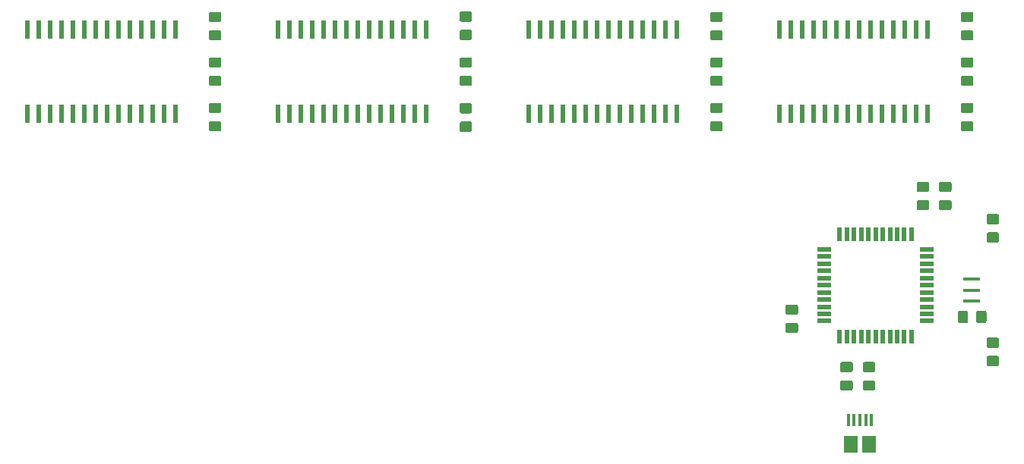
<source format=gbr>
G04 #@! TF.GenerationSoftware,KiCad,Pcbnew,(5.1.5-0-10_14)*
G04 #@! TF.CreationDate,2020-02-24T10:17:45-05:00*
G04 #@! TF.ProjectId,piggyback,70696767-7962-4616-936b-2e6b69636164,rev?*
G04 #@! TF.SameCoordinates,Original*
G04 #@! TF.FileFunction,Paste,Top*
G04 #@! TF.FilePolarity,Positive*
%FSLAX46Y46*%
G04 Gerber Fmt 4.6, Leading zero omitted, Abs format (unit mm)*
G04 Created by KiCad (PCBNEW (5.1.5-0-10_14)) date 2020-02-24 10:17:45*
%MOMM*%
%LPD*%
G04 APERTURE LIST*
%ADD10C,0.100000*%
%ADD11R,1.500000X1.900000*%
%ADD12R,0.400000X1.350000*%
%ADD13R,0.550000X1.500000*%
%ADD14R,1.500000X0.550000*%
%ADD15R,0.600000X2.000000*%
%ADD16R,1.900000X0.400000*%
G04 APERTURE END LIST*
D10*
G36*
X135874505Y-127601204D02*
G01*
X135898773Y-127604804D01*
X135922572Y-127610765D01*
X135945671Y-127619030D01*
X135967850Y-127629520D01*
X135988893Y-127642132D01*
X136008599Y-127656747D01*
X136026777Y-127673223D01*
X136043253Y-127691401D01*
X136057868Y-127711107D01*
X136070480Y-127732150D01*
X136080970Y-127754329D01*
X136089235Y-127777428D01*
X136095196Y-127801227D01*
X136098796Y-127825495D01*
X136100000Y-127849999D01*
X136100000Y-128500001D01*
X136098796Y-128524505D01*
X136095196Y-128548773D01*
X136089235Y-128572572D01*
X136080970Y-128595671D01*
X136070480Y-128617850D01*
X136057868Y-128638893D01*
X136043253Y-128658599D01*
X136026777Y-128676777D01*
X136008599Y-128693253D01*
X135988893Y-128707868D01*
X135967850Y-128720480D01*
X135945671Y-128730970D01*
X135922572Y-128739235D01*
X135898773Y-128745196D01*
X135874505Y-128748796D01*
X135850001Y-128750000D01*
X134949999Y-128750000D01*
X134925495Y-128748796D01*
X134901227Y-128745196D01*
X134877428Y-128739235D01*
X134854329Y-128730970D01*
X134832150Y-128720480D01*
X134811107Y-128707868D01*
X134791401Y-128693253D01*
X134773223Y-128676777D01*
X134756747Y-128658599D01*
X134742132Y-128638893D01*
X134729520Y-128617850D01*
X134719030Y-128595671D01*
X134710765Y-128572572D01*
X134704804Y-128548773D01*
X134701204Y-128524505D01*
X134700000Y-128500001D01*
X134700000Y-127849999D01*
X134701204Y-127825495D01*
X134704804Y-127801227D01*
X134710765Y-127777428D01*
X134719030Y-127754329D01*
X134729520Y-127732150D01*
X134742132Y-127711107D01*
X134756747Y-127691401D01*
X134773223Y-127673223D01*
X134791401Y-127656747D01*
X134811107Y-127642132D01*
X134832150Y-127629520D01*
X134854329Y-127619030D01*
X134877428Y-127610765D01*
X134901227Y-127604804D01*
X134925495Y-127601204D01*
X134949999Y-127600000D01*
X135850001Y-127600000D01*
X135874505Y-127601204D01*
G37*
G36*
X135874505Y-129651204D02*
G01*
X135898773Y-129654804D01*
X135922572Y-129660765D01*
X135945671Y-129669030D01*
X135967850Y-129679520D01*
X135988893Y-129692132D01*
X136008599Y-129706747D01*
X136026777Y-129723223D01*
X136043253Y-129741401D01*
X136057868Y-129761107D01*
X136070480Y-129782150D01*
X136080970Y-129804329D01*
X136089235Y-129827428D01*
X136095196Y-129851227D01*
X136098796Y-129875495D01*
X136100000Y-129899999D01*
X136100000Y-130550001D01*
X136098796Y-130574505D01*
X136095196Y-130598773D01*
X136089235Y-130622572D01*
X136080970Y-130645671D01*
X136070480Y-130667850D01*
X136057868Y-130688893D01*
X136043253Y-130708599D01*
X136026777Y-130726777D01*
X136008599Y-130743253D01*
X135988893Y-130757868D01*
X135967850Y-130770480D01*
X135945671Y-130780970D01*
X135922572Y-130789235D01*
X135898773Y-130795196D01*
X135874505Y-130798796D01*
X135850001Y-130800000D01*
X134949999Y-130800000D01*
X134925495Y-130798796D01*
X134901227Y-130795196D01*
X134877428Y-130789235D01*
X134854329Y-130780970D01*
X134832150Y-130770480D01*
X134811107Y-130757868D01*
X134791401Y-130743253D01*
X134773223Y-130726777D01*
X134756747Y-130708599D01*
X134742132Y-130688893D01*
X134729520Y-130667850D01*
X134719030Y-130645671D01*
X134710765Y-130622572D01*
X134704804Y-130598773D01*
X134701204Y-130574505D01*
X134700000Y-130550001D01*
X134700000Y-129899999D01*
X134701204Y-129875495D01*
X134704804Y-129851227D01*
X134710765Y-129827428D01*
X134719030Y-129804329D01*
X134729520Y-129782150D01*
X134742132Y-129761107D01*
X134756747Y-129741401D01*
X134773223Y-129723223D01*
X134791401Y-129706747D01*
X134811107Y-129692132D01*
X134832150Y-129679520D01*
X134854329Y-129669030D01*
X134877428Y-129660765D01*
X134901227Y-129654804D01*
X134925495Y-129651204D01*
X134949999Y-129650000D01*
X135850001Y-129650000D01*
X135874505Y-129651204D01*
G37*
D11*
X144000000Y-143237500D03*
D12*
X142350000Y-140537500D03*
X141700000Y-140537500D03*
X144300000Y-140537500D03*
X143650000Y-140537500D03*
X143000000Y-140537500D03*
D11*
X142000000Y-143237500D03*
D10*
G36*
X144474505Y-136071204D02*
G01*
X144498773Y-136074804D01*
X144522572Y-136080765D01*
X144545671Y-136089030D01*
X144567850Y-136099520D01*
X144588893Y-136112132D01*
X144608599Y-136126747D01*
X144626777Y-136143223D01*
X144643253Y-136161401D01*
X144657868Y-136181107D01*
X144670480Y-136202150D01*
X144680970Y-136224329D01*
X144689235Y-136247428D01*
X144695196Y-136271227D01*
X144698796Y-136295495D01*
X144700000Y-136319999D01*
X144700000Y-136970001D01*
X144698796Y-136994505D01*
X144695196Y-137018773D01*
X144689235Y-137042572D01*
X144680970Y-137065671D01*
X144670480Y-137087850D01*
X144657868Y-137108893D01*
X144643253Y-137128599D01*
X144626777Y-137146777D01*
X144608599Y-137163253D01*
X144588893Y-137177868D01*
X144567850Y-137190480D01*
X144545671Y-137200970D01*
X144522572Y-137209235D01*
X144498773Y-137215196D01*
X144474505Y-137218796D01*
X144450001Y-137220000D01*
X143549999Y-137220000D01*
X143525495Y-137218796D01*
X143501227Y-137215196D01*
X143477428Y-137209235D01*
X143454329Y-137200970D01*
X143432150Y-137190480D01*
X143411107Y-137177868D01*
X143391401Y-137163253D01*
X143373223Y-137146777D01*
X143356747Y-137128599D01*
X143342132Y-137108893D01*
X143329520Y-137087850D01*
X143319030Y-137065671D01*
X143310765Y-137042572D01*
X143304804Y-137018773D01*
X143301204Y-136994505D01*
X143300000Y-136970001D01*
X143300000Y-136319999D01*
X143301204Y-136295495D01*
X143304804Y-136271227D01*
X143310765Y-136247428D01*
X143319030Y-136224329D01*
X143329520Y-136202150D01*
X143342132Y-136181107D01*
X143356747Y-136161401D01*
X143373223Y-136143223D01*
X143391401Y-136126747D01*
X143411107Y-136112132D01*
X143432150Y-136099520D01*
X143454329Y-136089030D01*
X143477428Y-136080765D01*
X143501227Y-136074804D01*
X143525495Y-136071204D01*
X143549999Y-136070000D01*
X144450001Y-136070000D01*
X144474505Y-136071204D01*
G37*
G36*
X144474505Y-134021204D02*
G01*
X144498773Y-134024804D01*
X144522572Y-134030765D01*
X144545671Y-134039030D01*
X144567850Y-134049520D01*
X144588893Y-134062132D01*
X144608599Y-134076747D01*
X144626777Y-134093223D01*
X144643253Y-134111401D01*
X144657868Y-134131107D01*
X144670480Y-134152150D01*
X144680970Y-134174329D01*
X144689235Y-134197428D01*
X144695196Y-134221227D01*
X144698796Y-134245495D01*
X144700000Y-134269999D01*
X144700000Y-134920001D01*
X144698796Y-134944505D01*
X144695196Y-134968773D01*
X144689235Y-134992572D01*
X144680970Y-135015671D01*
X144670480Y-135037850D01*
X144657868Y-135058893D01*
X144643253Y-135078599D01*
X144626777Y-135096777D01*
X144608599Y-135113253D01*
X144588893Y-135127868D01*
X144567850Y-135140480D01*
X144545671Y-135150970D01*
X144522572Y-135159235D01*
X144498773Y-135165196D01*
X144474505Y-135168796D01*
X144450001Y-135170000D01*
X143549999Y-135170000D01*
X143525495Y-135168796D01*
X143501227Y-135165196D01*
X143477428Y-135159235D01*
X143454329Y-135150970D01*
X143432150Y-135140480D01*
X143411107Y-135127868D01*
X143391401Y-135113253D01*
X143373223Y-135096777D01*
X143356747Y-135078599D01*
X143342132Y-135058893D01*
X143329520Y-135037850D01*
X143319030Y-135015671D01*
X143310765Y-134992572D01*
X143304804Y-134968773D01*
X143301204Y-134944505D01*
X143300000Y-134920001D01*
X143300000Y-134269999D01*
X143301204Y-134245495D01*
X143304804Y-134221227D01*
X143310765Y-134197428D01*
X143319030Y-134174329D01*
X143329520Y-134152150D01*
X143342132Y-134131107D01*
X143356747Y-134111401D01*
X143373223Y-134093223D01*
X143391401Y-134076747D01*
X143411107Y-134062132D01*
X143432150Y-134049520D01*
X143454329Y-134039030D01*
X143477428Y-134030765D01*
X143501227Y-134024804D01*
X143525495Y-134021204D01*
X143549999Y-134020000D01*
X144450001Y-134020000D01*
X144474505Y-134021204D01*
G37*
G36*
X141974505Y-134021204D02*
G01*
X141998773Y-134024804D01*
X142022572Y-134030765D01*
X142045671Y-134039030D01*
X142067850Y-134049520D01*
X142088893Y-134062132D01*
X142108599Y-134076747D01*
X142126777Y-134093223D01*
X142143253Y-134111401D01*
X142157868Y-134131107D01*
X142170480Y-134152150D01*
X142180970Y-134174329D01*
X142189235Y-134197428D01*
X142195196Y-134221227D01*
X142198796Y-134245495D01*
X142200000Y-134269999D01*
X142200000Y-134920001D01*
X142198796Y-134944505D01*
X142195196Y-134968773D01*
X142189235Y-134992572D01*
X142180970Y-135015671D01*
X142170480Y-135037850D01*
X142157868Y-135058893D01*
X142143253Y-135078599D01*
X142126777Y-135096777D01*
X142108599Y-135113253D01*
X142088893Y-135127868D01*
X142067850Y-135140480D01*
X142045671Y-135150970D01*
X142022572Y-135159235D01*
X141998773Y-135165196D01*
X141974505Y-135168796D01*
X141950001Y-135170000D01*
X141049999Y-135170000D01*
X141025495Y-135168796D01*
X141001227Y-135165196D01*
X140977428Y-135159235D01*
X140954329Y-135150970D01*
X140932150Y-135140480D01*
X140911107Y-135127868D01*
X140891401Y-135113253D01*
X140873223Y-135096777D01*
X140856747Y-135078599D01*
X140842132Y-135058893D01*
X140829520Y-135037850D01*
X140819030Y-135015671D01*
X140810765Y-134992572D01*
X140804804Y-134968773D01*
X140801204Y-134944505D01*
X140800000Y-134920001D01*
X140800000Y-134269999D01*
X140801204Y-134245495D01*
X140804804Y-134221227D01*
X140810765Y-134197428D01*
X140819030Y-134174329D01*
X140829520Y-134152150D01*
X140842132Y-134131107D01*
X140856747Y-134111401D01*
X140873223Y-134093223D01*
X140891401Y-134076747D01*
X140911107Y-134062132D01*
X140932150Y-134049520D01*
X140954329Y-134039030D01*
X140977428Y-134030765D01*
X141001227Y-134024804D01*
X141025495Y-134021204D01*
X141049999Y-134020000D01*
X141950001Y-134020000D01*
X141974505Y-134021204D01*
G37*
G36*
X141974505Y-136071204D02*
G01*
X141998773Y-136074804D01*
X142022572Y-136080765D01*
X142045671Y-136089030D01*
X142067850Y-136099520D01*
X142088893Y-136112132D01*
X142108599Y-136126747D01*
X142126777Y-136143223D01*
X142143253Y-136161401D01*
X142157868Y-136181107D01*
X142170480Y-136202150D01*
X142180970Y-136224329D01*
X142189235Y-136247428D01*
X142195196Y-136271227D01*
X142198796Y-136295495D01*
X142200000Y-136319999D01*
X142200000Y-136970001D01*
X142198796Y-136994505D01*
X142195196Y-137018773D01*
X142189235Y-137042572D01*
X142180970Y-137065671D01*
X142170480Y-137087850D01*
X142157868Y-137108893D01*
X142143253Y-137128599D01*
X142126777Y-137146777D01*
X142108599Y-137163253D01*
X142088893Y-137177868D01*
X142067850Y-137190480D01*
X142045671Y-137200970D01*
X142022572Y-137209235D01*
X141998773Y-137215196D01*
X141974505Y-137218796D01*
X141950001Y-137220000D01*
X141049999Y-137220000D01*
X141025495Y-137218796D01*
X141001227Y-137215196D01*
X140977428Y-137209235D01*
X140954329Y-137200970D01*
X140932150Y-137190480D01*
X140911107Y-137177868D01*
X140891401Y-137163253D01*
X140873223Y-137146777D01*
X140856747Y-137128599D01*
X140842132Y-137108893D01*
X140829520Y-137087850D01*
X140819030Y-137065671D01*
X140810765Y-137042572D01*
X140804804Y-137018773D01*
X140801204Y-136994505D01*
X140800000Y-136970001D01*
X140800000Y-136319999D01*
X140801204Y-136295495D01*
X140804804Y-136271227D01*
X140810765Y-136247428D01*
X140819030Y-136224329D01*
X140829520Y-136202150D01*
X140842132Y-136181107D01*
X140856747Y-136161401D01*
X140873223Y-136143223D01*
X140891401Y-136126747D01*
X140911107Y-136112132D01*
X140932150Y-136099520D01*
X140954329Y-136089030D01*
X140977428Y-136080765D01*
X141001227Y-136074804D01*
X141025495Y-136071204D01*
X141049999Y-136070000D01*
X141950001Y-136070000D01*
X141974505Y-136071204D01*
G37*
G36*
X71594505Y-105081204D02*
G01*
X71618773Y-105084804D01*
X71642572Y-105090765D01*
X71665671Y-105099030D01*
X71687850Y-105109520D01*
X71708893Y-105122132D01*
X71728599Y-105136747D01*
X71746777Y-105153223D01*
X71763253Y-105171401D01*
X71777868Y-105191107D01*
X71790480Y-105212150D01*
X71800970Y-105234329D01*
X71809235Y-105257428D01*
X71815196Y-105281227D01*
X71818796Y-105305495D01*
X71820000Y-105329999D01*
X71820000Y-105980001D01*
X71818796Y-106004505D01*
X71815196Y-106028773D01*
X71809235Y-106052572D01*
X71800970Y-106075671D01*
X71790480Y-106097850D01*
X71777868Y-106118893D01*
X71763253Y-106138599D01*
X71746777Y-106156777D01*
X71728599Y-106173253D01*
X71708893Y-106187868D01*
X71687850Y-106200480D01*
X71665671Y-106210970D01*
X71642572Y-106219235D01*
X71618773Y-106225196D01*
X71594505Y-106228796D01*
X71570001Y-106230000D01*
X70669999Y-106230000D01*
X70645495Y-106228796D01*
X70621227Y-106225196D01*
X70597428Y-106219235D01*
X70574329Y-106210970D01*
X70552150Y-106200480D01*
X70531107Y-106187868D01*
X70511401Y-106173253D01*
X70493223Y-106156777D01*
X70476747Y-106138599D01*
X70462132Y-106118893D01*
X70449520Y-106097850D01*
X70439030Y-106075671D01*
X70430765Y-106052572D01*
X70424804Y-106028773D01*
X70421204Y-106004505D01*
X70420000Y-105980001D01*
X70420000Y-105329999D01*
X70421204Y-105305495D01*
X70424804Y-105281227D01*
X70430765Y-105257428D01*
X70439030Y-105234329D01*
X70449520Y-105212150D01*
X70462132Y-105191107D01*
X70476747Y-105171401D01*
X70493223Y-105153223D01*
X70511401Y-105136747D01*
X70531107Y-105122132D01*
X70552150Y-105109520D01*
X70574329Y-105099030D01*
X70597428Y-105090765D01*
X70621227Y-105084804D01*
X70645495Y-105081204D01*
X70669999Y-105080000D01*
X71570001Y-105080000D01*
X71594505Y-105081204D01*
G37*
G36*
X71594505Y-107131204D02*
G01*
X71618773Y-107134804D01*
X71642572Y-107140765D01*
X71665671Y-107149030D01*
X71687850Y-107159520D01*
X71708893Y-107172132D01*
X71728599Y-107186747D01*
X71746777Y-107203223D01*
X71763253Y-107221401D01*
X71777868Y-107241107D01*
X71790480Y-107262150D01*
X71800970Y-107284329D01*
X71809235Y-107307428D01*
X71815196Y-107331227D01*
X71818796Y-107355495D01*
X71820000Y-107379999D01*
X71820000Y-108030001D01*
X71818796Y-108054505D01*
X71815196Y-108078773D01*
X71809235Y-108102572D01*
X71800970Y-108125671D01*
X71790480Y-108147850D01*
X71777868Y-108168893D01*
X71763253Y-108188599D01*
X71746777Y-108206777D01*
X71728599Y-108223253D01*
X71708893Y-108237868D01*
X71687850Y-108250480D01*
X71665671Y-108260970D01*
X71642572Y-108269235D01*
X71618773Y-108275196D01*
X71594505Y-108278796D01*
X71570001Y-108280000D01*
X70669999Y-108280000D01*
X70645495Y-108278796D01*
X70621227Y-108275196D01*
X70597428Y-108269235D01*
X70574329Y-108260970D01*
X70552150Y-108250480D01*
X70531107Y-108237868D01*
X70511401Y-108223253D01*
X70493223Y-108206777D01*
X70476747Y-108188599D01*
X70462132Y-108168893D01*
X70449520Y-108147850D01*
X70439030Y-108125671D01*
X70430765Y-108102572D01*
X70424804Y-108078773D01*
X70421204Y-108054505D01*
X70420000Y-108030001D01*
X70420000Y-107379999D01*
X70421204Y-107355495D01*
X70424804Y-107331227D01*
X70430765Y-107307428D01*
X70439030Y-107284329D01*
X70449520Y-107262150D01*
X70462132Y-107241107D01*
X70476747Y-107221401D01*
X70493223Y-107203223D01*
X70511401Y-107186747D01*
X70531107Y-107172132D01*
X70552150Y-107159520D01*
X70574329Y-107149030D01*
X70597428Y-107140765D01*
X70621227Y-107134804D01*
X70645495Y-107131204D01*
X70669999Y-107130000D01*
X71570001Y-107130000D01*
X71594505Y-107131204D01*
G37*
G36*
X71594505Y-102051204D02*
G01*
X71618773Y-102054804D01*
X71642572Y-102060765D01*
X71665671Y-102069030D01*
X71687850Y-102079520D01*
X71708893Y-102092132D01*
X71728599Y-102106747D01*
X71746777Y-102123223D01*
X71763253Y-102141401D01*
X71777868Y-102161107D01*
X71790480Y-102182150D01*
X71800970Y-102204329D01*
X71809235Y-102227428D01*
X71815196Y-102251227D01*
X71818796Y-102275495D01*
X71820000Y-102299999D01*
X71820000Y-102950001D01*
X71818796Y-102974505D01*
X71815196Y-102998773D01*
X71809235Y-103022572D01*
X71800970Y-103045671D01*
X71790480Y-103067850D01*
X71777868Y-103088893D01*
X71763253Y-103108599D01*
X71746777Y-103126777D01*
X71728599Y-103143253D01*
X71708893Y-103157868D01*
X71687850Y-103170480D01*
X71665671Y-103180970D01*
X71642572Y-103189235D01*
X71618773Y-103195196D01*
X71594505Y-103198796D01*
X71570001Y-103200000D01*
X70669999Y-103200000D01*
X70645495Y-103198796D01*
X70621227Y-103195196D01*
X70597428Y-103189235D01*
X70574329Y-103180970D01*
X70552150Y-103170480D01*
X70531107Y-103157868D01*
X70511401Y-103143253D01*
X70493223Y-103126777D01*
X70476747Y-103108599D01*
X70462132Y-103088893D01*
X70449520Y-103067850D01*
X70439030Y-103045671D01*
X70430765Y-103022572D01*
X70424804Y-102998773D01*
X70421204Y-102974505D01*
X70420000Y-102950001D01*
X70420000Y-102299999D01*
X70421204Y-102275495D01*
X70424804Y-102251227D01*
X70430765Y-102227428D01*
X70439030Y-102204329D01*
X70449520Y-102182150D01*
X70462132Y-102161107D01*
X70476747Y-102141401D01*
X70493223Y-102123223D01*
X70511401Y-102106747D01*
X70531107Y-102092132D01*
X70552150Y-102079520D01*
X70574329Y-102069030D01*
X70597428Y-102060765D01*
X70621227Y-102054804D01*
X70645495Y-102051204D01*
X70669999Y-102050000D01*
X71570001Y-102050000D01*
X71594505Y-102051204D01*
G37*
G36*
X71594505Y-100001204D02*
G01*
X71618773Y-100004804D01*
X71642572Y-100010765D01*
X71665671Y-100019030D01*
X71687850Y-100029520D01*
X71708893Y-100042132D01*
X71728599Y-100056747D01*
X71746777Y-100073223D01*
X71763253Y-100091401D01*
X71777868Y-100111107D01*
X71790480Y-100132150D01*
X71800970Y-100154329D01*
X71809235Y-100177428D01*
X71815196Y-100201227D01*
X71818796Y-100225495D01*
X71820000Y-100249999D01*
X71820000Y-100900001D01*
X71818796Y-100924505D01*
X71815196Y-100948773D01*
X71809235Y-100972572D01*
X71800970Y-100995671D01*
X71790480Y-101017850D01*
X71777868Y-101038893D01*
X71763253Y-101058599D01*
X71746777Y-101076777D01*
X71728599Y-101093253D01*
X71708893Y-101107868D01*
X71687850Y-101120480D01*
X71665671Y-101130970D01*
X71642572Y-101139235D01*
X71618773Y-101145196D01*
X71594505Y-101148796D01*
X71570001Y-101150000D01*
X70669999Y-101150000D01*
X70645495Y-101148796D01*
X70621227Y-101145196D01*
X70597428Y-101139235D01*
X70574329Y-101130970D01*
X70552150Y-101120480D01*
X70531107Y-101107868D01*
X70511401Y-101093253D01*
X70493223Y-101076777D01*
X70476747Y-101058599D01*
X70462132Y-101038893D01*
X70449520Y-101017850D01*
X70439030Y-100995671D01*
X70430765Y-100972572D01*
X70424804Y-100948773D01*
X70421204Y-100924505D01*
X70420000Y-100900001D01*
X70420000Y-100249999D01*
X70421204Y-100225495D01*
X70424804Y-100201227D01*
X70430765Y-100177428D01*
X70439030Y-100154329D01*
X70449520Y-100132150D01*
X70462132Y-100111107D01*
X70476747Y-100091401D01*
X70493223Y-100073223D01*
X70511401Y-100056747D01*
X70531107Y-100042132D01*
X70552150Y-100029520D01*
X70574329Y-100019030D01*
X70597428Y-100010765D01*
X70621227Y-100004804D01*
X70645495Y-100001204D01*
X70669999Y-100000000D01*
X71570001Y-100000000D01*
X71594505Y-100001204D01*
G37*
G36*
X71594505Y-94921204D02*
G01*
X71618773Y-94924804D01*
X71642572Y-94930765D01*
X71665671Y-94939030D01*
X71687850Y-94949520D01*
X71708893Y-94962132D01*
X71728599Y-94976747D01*
X71746777Y-94993223D01*
X71763253Y-95011401D01*
X71777868Y-95031107D01*
X71790480Y-95052150D01*
X71800970Y-95074329D01*
X71809235Y-95097428D01*
X71815196Y-95121227D01*
X71818796Y-95145495D01*
X71820000Y-95169999D01*
X71820000Y-95820001D01*
X71818796Y-95844505D01*
X71815196Y-95868773D01*
X71809235Y-95892572D01*
X71800970Y-95915671D01*
X71790480Y-95937850D01*
X71777868Y-95958893D01*
X71763253Y-95978599D01*
X71746777Y-95996777D01*
X71728599Y-96013253D01*
X71708893Y-96027868D01*
X71687850Y-96040480D01*
X71665671Y-96050970D01*
X71642572Y-96059235D01*
X71618773Y-96065196D01*
X71594505Y-96068796D01*
X71570001Y-96070000D01*
X70669999Y-96070000D01*
X70645495Y-96068796D01*
X70621227Y-96065196D01*
X70597428Y-96059235D01*
X70574329Y-96050970D01*
X70552150Y-96040480D01*
X70531107Y-96027868D01*
X70511401Y-96013253D01*
X70493223Y-95996777D01*
X70476747Y-95978599D01*
X70462132Y-95958893D01*
X70449520Y-95937850D01*
X70439030Y-95915671D01*
X70430765Y-95892572D01*
X70424804Y-95868773D01*
X70421204Y-95844505D01*
X70420000Y-95820001D01*
X70420000Y-95169999D01*
X70421204Y-95145495D01*
X70424804Y-95121227D01*
X70430765Y-95097428D01*
X70439030Y-95074329D01*
X70449520Y-95052150D01*
X70462132Y-95031107D01*
X70476747Y-95011401D01*
X70493223Y-94993223D01*
X70511401Y-94976747D01*
X70531107Y-94962132D01*
X70552150Y-94949520D01*
X70574329Y-94939030D01*
X70597428Y-94930765D01*
X70621227Y-94924804D01*
X70645495Y-94921204D01*
X70669999Y-94920000D01*
X71570001Y-94920000D01*
X71594505Y-94921204D01*
G37*
G36*
X71594505Y-96971204D02*
G01*
X71618773Y-96974804D01*
X71642572Y-96980765D01*
X71665671Y-96989030D01*
X71687850Y-96999520D01*
X71708893Y-97012132D01*
X71728599Y-97026747D01*
X71746777Y-97043223D01*
X71763253Y-97061401D01*
X71777868Y-97081107D01*
X71790480Y-97102150D01*
X71800970Y-97124329D01*
X71809235Y-97147428D01*
X71815196Y-97171227D01*
X71818796Y-97195495D01*
X71820000Y-97219999D01*
X71820000Y-97870001D01*
X71818796Y-97894505D01*
X71815196Y-97918773D01*
X71809235Y-97942572D01*
X71800970Y-97965671D01*
X71790480Y-97987850D01*
X71777868Y-98008893D01*
X71763253Y-98028599D01*
X71746777Y-98046777D01*
X71728599Y-98063253D01*
X71708893Y-98077868D01*
X71687850Y-98090480D01*
X71665671Y-98100970D01*
X71642572Y-98109235D01*
X71618773Y-98115196D01*
X71594505Y-98118796D01*
X71570001Y-98120000D01*
X70669999Y-98120000D01*
X70645495Y-98118796D01*
X70621227Y-98115196D01*
X70597428Y-98109235D01*
X70574329Y-98100970D01*
X70552150Y-98090480D01*
X70531107Y-98077868D01*
X70511401Y-98063253D01*
X70493223Y-98046777D01*
X70476747Y-98028599D01*
X70462132Y-98008893D01*
X70449520Y-97987850D01*
X70439030Y-97965671D01*
X70430765Y-97942572D01*
X70424804Y-97918773D01*
X70421204Y-97894505D01*
X70420000Y-97870001D01*
X70420000Y-97219999D01*
X70421204Y-97195495D01*
X70424804Y-97171227D01*
X70430765Y-97147428D01*
X70439030Y-97124329D01*
X70449520Y-97102150D01*
X70462132Y-97081107D01*
X70476747Y-97061401D01*
X70493223Y-97043223D01*
X70511401Y-97026747D01*
X70531107Y-97012132D01*
X70552150Y-96999520D01*
X70574329Y-96989030D01*
X70597428Y-96980765D01*
X70621227Y-96974804D01*
X70645495Y-96971204D01*
X70669999Y-96970000D01*
X71570001Y-96970000D01*
X71594505Y-96971204D01*
G37*
D13*
X140740000Y-131160000D03*
X141540000Y-131160000D03*
X142340000Y-131160000D03*
X143140000Y-131160000D03*
X143940000Y-131160000D03*
X144740000Y-131160000D03*
X145540000Y-131160000D03*
X146340000Y-131160000D03*
X147140000Y-131160000D03*
X147940000Y-131160000D03*
X148740000Y-131160000D03*
D14*
X150440000Y-129460000D03*
X150440000Y-128660000D03*
X150440000Y-127860000D03*
X150440000Y-127060000D03*
X150440000Y-126260000D03*
X150440000Y-125460000D03*
X150440000Y-124660000D03*
X150440000Y-123860000D03*
X150440000Y-123060000D03*
X150440000Y-122260000D03*
X150440000Y-121460000D03*
D13*
X148740000Y-119760000D03*
X147940000Y-119760000D03*
X147140000Y-119760000D03*
X146340000Y-119760000D03*
X145540000Y-119760000D03*
X144740000Y-119760000D03*
X143940000Y-119760000D03*
X143140000Y-119760000D03*
X142340000Y-119760000D03*
X141540000Y-119760000D03*
X140740000Y-119760000D03*
D14*
X139040000Y-121460000D03*
X139040000Y-122260000D03*
X139040000Y-123060000D03*
X139040000Y-123860000D03*
X139040000Y-124660000D03*
X139040000Y-125460000D03*
X139040000Y-126260000D03*
X139040000Y-127060000D03*
X139040000Y-127860000D03*
X139040000Y-128660000D03*
X139040000Y-129460000D03*
D15*
X50165000Y-106300000D03*
X51435000Y-106300000D03*
X52705000Y-106300000D03*
X53975000Y-106300000D03*
X55245000Y-106300000D03*
X56515000Y-106300000D03*
X57785000Y-106300000D03*
X59055000Y-106300000D03*
X60325000Y-106300000D03*
X61595000Y-106300000D03*
X62865000Y-106300000D03*
X64135000Y-106300000D03*
X65405000Y-106300000D03*
X66675000Y-106300000D03*
X66675000Y-96900000D03*
X65405000Y-96900000D03*
X64135000Y-96900000D03*
X62865000Y-96900000D03*
X61595000Y-96900000D03*
X60325000Y-96900000D03*
X59055000Y-96900000D03*
X57785000Y-96900000D03*
X56515000Y-96900000D03*
X55245000Y-96900000D03*
X53975000Y-96900000D03*
X52705000Y-96900000D03*
X51435000Y-96900000D03*
X50165000Y-96900000D03*
D16*
X155400000Y-124800000D03*
X155400000Y-126000000D03*
X155400000Y-127200000D03*
D10*
G36*
X99534505Y-105121204D02*
G01*
X99558773Y-105124804D01*
X99582572Y-105130765D01*
X99605671Y-105139030D01*
X99627850Y-105149520D01*
X99648893Y-105162132D01*
X99668599Y-105176747D01*
X99686777Y-105193223D01*
X99703253Y-105211401D01*
X99717868Y-105231107D01*
X99730480Y-105252150D01*
X99740970Y-105274329D01*
X99749235Y-105297428D01*
X99755196Y-105321227D01*
X99758796Y-105345495D01*
X99760000Y-105369999D01*
X99760000Y-106020001D01*
X99758796Y-106044505D01*
X99755196Y-106068773D01*
X99749235Y-106092572D01*
X99740970Y-106115671D01*
X99730480Y-106137850D01*
X99717868Y-106158893D01*
X99703253Y-106178599D01*
X99686777Y-106196777D01*
X99668599Y-106213253D01*
X99648893Y-106227868D01*
X99627850Y-106240480D01*
X99605671Y-106250970D01*
X99582572Y-106259235D01*
X99558773Y-106265196D01*
X99534505Y-106268796D01*
X99510001Y-106270000D01*
X98609999Y-106270000D01*
X98585495Y-106268796D01*
X98561227Y-106265196D01*
X98537428Y-106259235D01*
X98514329Y-106250970D01*
X98492150Y-106240480D01*
X98471107Y-106227868D01*
X98451401Y-106213253D01*
X98433223Y-106196777D01*
X98416747Y-106178599D01*
X98402132Y-106158893D01*
X98389520Y-106137850D01*
X98379030Y-106115671D01*
X98370765Y-106092572D01*
X98364804Y-106068773D01*
X98361204Y-106044505D01*
X98360000Y-106020001D01*
X98360000Y-105369999D01*
X98361204Y-105345495D01*
X98364804Y-105321227D01*
X98370765Y-105297428D01*
X98379030Y-105274329D01*
X98389520Y-105252150D01*
X98402132Y-105231107D01*
X98416747Y-105211401D01*
X98433223Y-105193223D01*
X98451401Y-105176747D01*
X98471107Y-105162132D01*
X98492150Y-105149520D01*
X98514329Y-105139030D01*
X98537428Y-105130765D01*
X98561227Y-105124804D01*
X98585495Y-105121204D01*
X98609999Y-105120000D01*
X99510001Y-105120000D01*
X99534505Y-105121204D01*
G37*
G36*
X99534505Y-107171204D02*
G01*
X99558773Y-107174804D01*
X99582572Y-107180765D01*
X99605671Y-107189030D01*
X99627850Y-107199520D01*
X99648893Y-107212132D01*
X99668599Y-107226747D01*
X99686777Y-107243223D01*
X99703253Y-107261401D01*
X99717868Y-107281107D01*
X99730480Y-107302150D01*
X99740970Y-107324329D01*
X99749235Y-107347428D01*
X99755196Y-107371227D01*
X99758796Y-107395495D01*
X99760000Y-107419999D01*
X99760000Y-108070001D01*
X99758796Y-108094505D01*
X99755196Y-108118773D01*
X99749235Y-108142572D01*
X99740970Y-108165671D01*
X99730480Y-108187850D01*
X99717868Y-108208893D01*
X99703253Y-108228599D01*
X99686777Y-108246777D01*
X99668599Y-108263253D01*
X99648893Y-108277868D01*
X99627850Y-108290480D01*
X99605671Y-108300970D01*
X99582572Y-108309235D01*
X99558773Y-108315196D01*
X99534505Y-108318796D01*
X99510001Y-108320000D01*
X98609999Y-108320000D01*
X98585495Y-108318796D01*
X98561227Y-108315196D01*
X98537428Y-108309235D01*
X98514329Y-108300970D01*
X98492150Y-108290480D01*
X98471107Y-108277868D01*
X98451401Y-108263253D01*
X98433223Y-108246777D01*
X98416747Y-108228599D01*
X98402132Y-108208893D01*
X98389520Y-108187850D01*
X98379030Y-108165671D01*
X98370765Y-108142572D01*
X98364804Y-108118773D01*
X98361204Y-108094505D01*
X98360000Y-108070001D01*
X98360000Y-107419999D01*
X98361204Y-107395495D01*
X98364804Y-107371227D01*
X98370765Y-107347428D01*
X98379030Y-107324329D01*
X98389520Y-107302150D01*
X98402132Y-107281107D01*
X98416747Y-107261401D01*
X98433223Y-107243223D01*
X98451401Y-107226747D01*
X98471107Y-107212132D01*
X98492150Y-107199520D01*
X98514329Y-107189030D01*
X98537428Y-107180765D01*
X98561227Y-107174804D01*
X98585495Y-107171204D01*
X98609999Y-107170000D01*
X99510001Y-107170000D01*
X99534505Y-107171204D01*
G37*
G36*
X99534505Y-102051204D02*
G01*
X99558773Y-102054804D01*
X99582572Y-102060765D01*
X99605671Y-102069030D01*
X99627850Y-102079520D01*
X99648893Y-102092132D01*
X99668599Y-102106747D01*
X99686777Y-102123223D01*
X99703253Y-102141401D01*
X99717868Y-102161107D01*
X99730480Y-102182150D01*
X99740970Y-102204329D01*
X99749235Y-102227428D01*
X99755196Y-102251227D01*
X99758796Y-102275495D01*
X99760000Y-102299999D01*
X99760000Y-102950001D01*
X99758796Y-102974505D01*
X99755196Y-102998773D01*
X99749235Y-103022572D01*
X99740970Y-103045671D01*
X99730480Y-103067850D01*
X99717868Y-103088893D01*
X99703253Y-103108599D01*
X99686777Y-103126777D01*
X99668599Y-103143253D01*
X99648893Y-103157868D01*
X99627850Y-103170480D01*
X99605671Y-103180970D01*
X99582572Y-103189235D01*
X99558773Y-103195196D01*
X99534505Y-103198796D01*
X99510001Y-103200000D01*
X98609999Y-103200000D01*
X98585495Y-103198796D01*
X98561227Y-103195196D01*
X98537428Y-103189235D01*
X98514329Y-103180970D01*
X98492150Y-103170480D01*
X98471107Y-103157868D01*
X98451401Y-103143253D01*
X98433223Y-103126777D01*
X98416747Y-103108599D01*
X98402132Y-103088893D01*
X98389520Y-103067850D01*
X98379030Y-103045671D01*
X98370765Y-103022572D01*
X98364804Y-102998773D01*
X98361204Y-102974505D01*
X98360000Y-102950001D01*
X98360000Y-102299999D01*
X98361204Y-102275495D01*
X98364804Y-102251227D01*
X98370765Y-102227428D01*
X98379030Y-102204329D01*
X98389520Y-102182150D01*
X98402132Y-102161107D01*
X98416747Y-102141401D01*
X98433223Y-102123223D01*
X98451401Y-102106747D01*
X98471107Y-102092132D01*
X98492150Y-102079520D01*
X98514329Y-102069030D01*
X98537428Y-102060765D01*
X98561227Y-102054804D01*
X98585495Y-102051204D01*
X98609999Y-102050000D01*
X99510001Y-102050000D01*
X99534505Y-102051204D01*
G37*
G36*
X99534505Y-100001204D02*
G01*
X99558773Y-100004804D01*
X99582572Y-100010765D01*
X99605671Y-100019030D01*
X99627850Y-100029520D01*
X99648893Y-100042132D01*
X99668599Y-100056747D01*
X99686777Y-100073223D01*
X99703253Y-100091401D01*
X99717868Y-100111107D01*
X99730480Y-100132150D01*
X99740970Y-100154329D01*
X99749235Y-100177428D01*
X99755196Y-100201227D01*
X99758796Y-100225495D01*
X99760000Y-100249999D01*
X99760000Y-100900001D01*
X99758796Y-100924505D01*
X99755196Y-100948773D01*
X99749235Y-100972572D01*
X99740970Y-100995671D01*
X99730480Y-101017850D01*
X99717868Y-101038893D01*
X99703253Y-101058599D01*
X99686777Y-101076777D01*
X99668599Y-101093253D01*
X99648893Y-101107868D01*
X99627850Y-101120480D01*
X99605671Y-101130970D01*
X99582572Y-101139235D01*
X99558773Y-101145196D01*
X99534505Y-101148796D01*
X99510001Y-101150000D01*
X98609999Y-101150000D01*
X98585495Y-101148796D01*
X98561227Y-101145196D01*
X98537428Y-101139235D01*
X98514329Y-101130970D01*
X98492150Y-101120480D01*
X98471107Y-101107868D01*
X98451401Y-101093253D01*
X98433223Y-101076777D01*
X98416747Y-101058599D01*
X98402132Y-101038893D01*
X98389520Y-101017850D01*
X98379030Y-100995671D01*
X98370765Y-100972572D01*
X98364804Y-100948773D01*
X98361204Y-100924505D01*
X98360000Y-100900001D01*
X98360000Y-100249999D01*
X98361204Y-100225495D01*
X98364804Y-100201227D01*
X98370765Y-100177428D01*
X98379030Y-100154329D01*
X98389520Y-100132150D01*
X98402132Y-100111107D01*
X98416747Y-100091401D01*
X98433223Y-100073223D01*
X98451401Y-100056747D01*
X98471107Y-100042132D01*
X98492150Y-100029520D01*
X98514329Y-100019030D01*
X98537428Y-100010765D01*
X98561227Y-100004804D01*
X98585495Y-100001204D01*
X98609999Y-100000000D01*
X99510001Y-100000000D01*
X99534505Y-100001204D01*
G37*
G36*
X99534505Y-94881204D02*
G01*
X99558773Y-94884804D01*
X99582572Y-94890765D01*
X99605671Y-94899030D01*
X99627850Y-94909520D01*
X99648893Y-94922132D01*
X99668599Y-94936747D01*
X99686777Y-94953223D01*
X99703253Y-94971401D01*
X99717868Y-94991107D01*
X99730480Y-95012150D01*
X99740970Y-95034329D01*
X99749235Y-95057428D01*
X99755196Y-95081227D01*
X99758796Y-95105495D01*
X99760000Y-95129999D01*
X99760000Y-95780001D01*
X99758796Y-95804505D01*
X99755196Y-95828773D01*
X99749235Y-95852572D01*
X99740970Y-95875671D01*
X99730480Y-95897850D01*
X99717868Y-95918893D01*
X99703253Y-95938599D01*
X99686777Y-95956777D01*
X99668599Y-95973253D01*
X99648893Y-95987868D01*
X99627850Y-96000480D01*
X99605671Y-96010970D01*
X99582572Y-96019235D01*
X99558773Y-96025196D01*
X99534505Y-96028796D01*
X99510001Y-96030000D01*
X98609999Y-96030000D01*
X98585495Y-96028796D01*
X98561227Y-96025196D01*
X98537428Y-96019235D01*
X98514329Y-96010970D01*
X98492150Y-96000480D01*
X98471107Y-95987868D01*
X98451401Y-95973253D01*
X98433223Y-95956777D01*
X98416747Y-95938599D01*
X98402132Y-95918893D01*
X98389520Y-95897850D01*
X98379030Y-95875671D01*
X98370765Y-95852572D01*
X98364804Y-95828773D01*
X98361204Y-95804505D01*
X98360000Y-95780001D01*
X98360000Y-95129999D01*
X98361204Y-95105495D01*
X98364804Y-95081227D01*
X98370765Y-95057428D01*
X98379030Y-95034329D01*
X98389520Y-95012150D01*
X98402132Y-94991107D01*
X98416747Y-94971401D01*
X98433223Y-94953223D01*
X98451401Y-94936747D01*
X98471107Y-94922132D01*
X98492150Y-94909520D01*
X98514329Y-94899030D01*
X98537428Y-94890765D01*
X98561227Y-94884804D01*
X98585495Y-94881204D01*
X98609999Y-94880000D01*
X99510001Y-94880000D01*
X99534505Y-94881204D01*
G37*
G36*
X99534505Y-96931204D02*
G01*
X99558773Y-96934804D01*
X99582572Y-96940765D01*
X99605671Y-96949030D01*
X99627850Y-96959520D01*
X99648893Y-96972132D01*
X99668599Y-96986747D01*
X99686777Y-97003223D01*
X99703253Y-97021401D01*
X99717868Y-97041107D01*
X99730480Y-97062150D01*
X99740970Y-97084329D01*
X99749235Y-97107428D01*
X99755196Y-97131227D01*
X99758796Y-97155495D01*
X99760000Y-97179999D01*
X99760000Y-97830001D01*
X99758796Y-97854505D01*
X99755196Y-97878773D01*
X99749235Y-97902572D01*
X99740970Y-97925671D01*
X99730480Y-97947850D01*
X99717868Y-97968893D01*
X99703253Y-97988599D01*
X99686777Y-98006777D01*
X99668599Y-98023253D01*
X99648893Y-98037868D01*
X99627850Y-98050480D01*
X99605671Y-98060970D01*
X99582572Y-98069235D01*
X99558773Y-98075196D01*
X99534505Y-98078796D01*
X99510001Y-98080000D01*
X98609999Y-98080000D01*
X98585495Y-98078796D01*
X98561227Y-98075196D01*
X98537428Y-98069235D01*
X98514329Y-98060970D01*
X98492150Y-98050480D01*
X98471107Y-98037868D01*
X98451401Y-98023253D01*
X98433223Y-98006777D01*
X98416747Y-97988599D01*
X98402132Y-97968893D01*
X98389520Y-97947850D01*
X98379030Y-97925671D01*
X98370765Y-97902572D01*
X98364804Y-97878773D01*
X98361204Y-97854505D01*
X98360000Y-97830001D01*
X98360000Y-97179999D01*
X98361204Y-97155495D01*
X98364804Y-97131227D01*
X98370765Y-97107428D01*
X98379030Y-97084329D01*
X98389520Y-97062150D01*
X98402132Y-97041107D01*
X98416747Y-97021401D01*
X98433223Y-97003223D01*
X98451401Y-96986747D01*
X98471107Y-96972132D01*
X98492150Y-96959520D01*
X98514329Y-96949030D01*
X98537428Y-96940765D01*
X98561227Y-96934804D01*
X98585495Y-96931204D01*
X98609999Y-96930000D01*
X99510001Y-96930000D01*
X99534505Y-96931204D01*
G37*
G36*
X127474505Y-107131204D02*
G01*
X127498773Y-107134804D01*
X127522572Y-107140765D01*
X127545671Y-107149030D01*
X127567850Y-107159520D01*
X127588893Y-107172132D01*
X127608599Y-107186747D01*
X127626777Y-107203223D01*
X127643253Y-107221401D01*
X127657868Y-107241107D01*
X127670480Y-107262150D01*
X127680970Y-107284329D01*
X127689235Y-107307428D01*
X127695196Y-107331227D01*
X127698796Y-107355495D01*
X127700000Y-107379999D01*
X127700000Y-108030001D01*
X127698796Y-108054505D01*
X127695196Y-108078773D01*
X127689235Y-108102572D01*
X127680970Y-108125671D01*
X127670480Y-108147850D01*
X127657868Y-108168893D01*
X127643253Y-108188599D01*
X127626777Y-108206777D01*
X127608599Y-108223253D01*
X127588893Y-108237868D01*
X127567850Y-108250480D01*
X127545671Y-108260970D01*
X127522572Y-108269235D01*
X127498773Y-108275196D01*
X127474505Y-108278796D01*
X127450001Y-108280000D01*
X126549999Y-108280000D01*
X126525495Y-108278796D01*
X126501227Y-108275196D01*
X126477428Y-108269235D01*
X126454329Y-108260970D01*
X126432150Y-108250480D01*
X126411107Y-108237868D01*
X126391401Y-108223253D01*
X126373223Y-108206777D01*
X126356747Y-108188599D01*
X126342132Y-108168893D01*
X126329520Y-108147850D01*
X126319030Y-108125671D01*
X126310765Y-108102572D01*
X126304804Y-108078773D01*
X126301204Y-108054505D01*
X126300000Y-108030001D01*
X126300000Y-107379999D01*
X126301204Y-107355495D01*
X126304804Y-107331227D01*
X126310765Y-107307428D01*
X126319030Y-107284329D01*
X126329520Y-107262150D01*
X126342132Y-107241107D01*
X126356747Y-107221401D01*
X126373223Y-107203223D01*
X126391401Y-107186747D01*
X126411107Y-107172132D01*
X126432150Y-107159520D01*
X126454329Y-107149030D01*
X126477428Y-107140765D01*
X126501227Y-107134804D01*
X126525495Y-107131204D01*
X126549999Y-107130000D01*
X127450001Y-107130000D01*
X127474505Y-107131204D01*
G37*
G36*
X127474505Y-105081204D02*
G01*
X127498773Y-105084804D01*
X127522572Y-105090765D01*
X127545671Y-105099030D01*
X127567850Y-105109520D01*
X127588893Y-105122132D01*
X127608599Y-105136747D01*
X127626777Y-105153223D01*
X127643253Y-105171401D01*
X127657868Y-105191107D01*
X127670480Y-105212150D01*
X127680970Y-105234329D01*
X127689235Y-105257428D01*
X127695196Y-105281227D01*
X127698796Y-105305495D01*
X127700000Y-105329999D01*
X127700000Y-105980001D01*
X127698796Y-106004505D01*
X127695196Y-106028773D01*
X127689235Y-106052572D01*
X127680970Y-106075671D01*
X127670480Y-106097850D01*
X127657868Y-106118893D01*
X127643253Y-106138599D01*
X127626777Y-106156777D01*
X127608599Y-106173253D01*
X127588893Y-106187868D01*
X127567850Y-106200480D01*
X127545671Y-106210970D01*
X127522572Y-106219235D01*
X127498773Y-106225196D01*
X127474505Y-106228796D01*
X127450001Y-106230000D01*
X126549999Y-106230000D01*
X126525495Y-106228796D01*
X126501227Y-106225196D01*
X126477428Y-106219235D01*
X126454329Y-106210970D01*
X126432150Y-106200480D01*
X126411107Y-106187868D01*
X126391401Y-106173253D01*
X126373223Y-106156777D01*
X126356747Y-106138599D01*
X126342132Y-106118893D01*
X126329520Y-106097850D01*
X126319030Y-106075671D01*
X126310765Y-106052572D01*
X126304804Y-106028773D01*
X126301204Y-106004505D01*
X126300000Y-105980001D01*
X126300000Y-105329999D01*
X126301204Y-105305495D01*
X126304804Y-105281227D01*
X126310765Y-105257428D01*
X126319030Y-105234329D01*
X126329520Y-105212150D01*
X126342132Y-105191107D01*
X126356747Y-105171401D01*
X126373223Y-105153223D01*
X126391401Y-105136747D01*
X126411107Y-105122132D01*
X126432150Y-105109520D01*
X126454329Y-105099030D01*
X126477428Y-105090765D01*
X126501227Y-105084804D01*
X126525495Y-105081204D01*
X126549999Y-105080000D01*
X127450001Y-105080000D01*
X127474505Y-105081204D01*
G37*
G36*
X127474505Y-100001204D02*
G01*
X127498773Y-100004804D01*
X127522572Y-100010765D01*
X127545671Y-100019030D01*
X127567850Y-100029520D01*
X127588893Y-100042132D01*
X127608599Y-100056747D01*
X127626777Y-100073223D01*
X127643253Y-100091401D01*
X127657868Y-100111107D01*
X127670480Y-100132150D01*
X127680970Y-100154329D01*
X127689235Y-100177428D01*
X127695196Y-100201227D01*
X127698796Y-100225495D01*
X127700000Y-100249999D01*
X127700000Y-100900001D01*
X127698796Y-100924505D01*
X127695196Y-100948773D01*
X127689235Y-100972572D01*
X127680970Y-100995671D01*
X127670480Y-101017850D01*
X127657868Y-101038893D01*
X127643253Y-101058599D01*
X127626777Y-101076777D01*
X127608599Y-101093253D01*
X127588893Y-101107868D01*
X127567850Y-101120480D01*
X127545671Y-101130970D01*
X127522572Y-101139235D01*
X127498773Y-101145196D01*
X127474505Y-101148796D01*
X127450001Y-101150000D01*
X126549999Y-101150000D01*
X126525495Y-101148796D01*
X126501227Y-101145196D01*
X126477428Y-101139235D01*
X126454329Y-101130970D01*
X126432150Y-101120480D01*
X126411107Y-101107868D01*
X126391401Y-101093253D01*
X126373223Y-101076777D01*
X126356747Y-101058599D01*
X126342132Y-101038893D01*
X126329520Y-101017850D01*
X126319030Y-100995671D01*
X126310765Y-100972572D01*
X126304804Y-100948773D01*
X126301204Y-100924505D01*
X126300000Y-100900001D01*
X126300000Y-100249999D01*
X126301204Y-100225495D01*
X126304804Y-100201227D01*
X126310765Y-100177428D01*
X126319030Y-100154329D01*
X126329520Y-100132150D01*
X126342132Y-100111107D01*
X126356747Y-100091401D01*
X126373223Y-100073223D01*
X126391401Y-100056747D01*
X126411107Y-100042132D01*
X126432150Y-100029520D01*
X126454329Y-100019030D01*
X126477428Y-100010765D01*
X126501227Y-100004804D01*
X126525495Y-100001204D01*
X126549999Y-100000000D01*
X127450001Y-100000000D01*
X127474505Y-100001204D01*
G37*
G36*
X127474505Y-102051204D02*
G01*
X127498773Y-102054804D01*
X127522572Y-102060765D01*
X127545671Y-102069030D01*
X127567850Y-102079520D01*
X127588893Y-102092132D01*
X127608599Y-102106747D01*
X127626777Y-102123223D01*
X127643253Y-102141401D01*
X127657868Y-102161107D01*
X127670480Y-102182150D01*
X127680970Y-102204329D01*
X127689235Y-102227428D01*
X127695196Y-102251227D01*
X127698796Y-102275495D01*
X127700000Y-102299999D01*
X127700000Y-102950001D01*
X127698796Y-102974505D01*
X127695196Y-102998773D01*
X127689235Y-103022572D01*
X127680970Y-103045671D01*
X127670480Y-103067850D01*
X127657868Y-103088893D01*
X127643253Y-103108599D01*
X127626777Y-103126777D01*
X127608599Y-103143253D01*
X127588893Y-103157868D01*
X127567850Y-103170480D01*
X127545671Y-103180970D01*
X127522572Y-103189235D01*
X127498773Y-103195196D01*
X127474505Y-103198796D01*
X127450001Y-103200000D01*
X126549999Y-103200000D01*
X126525495Y-103198796D01*
X126501227Y-103195196D01*
X126477428Y-103189235D01*
X126454329Y-103180970D01*
X126432150Y-103170480D01*
X126411107Y-103157868D01*
X126391401Y-103143253D01*
X126373223Y-103126777D01*
X126356747Y-103108599D01*
X126342132Y-103088893D01*
X126329520Y-103067850D01*
X126319030Y-103045671D01*
X126310765Y-103022572D01*
X126304804Y-102998773D01*
X126301204Y-102974505D01*
X126300000Y-102950001D01*
X126300000Y-102299999D01*
X126301204Y-102275495D01*
X126304804Y-102251227D01*
X126310765Y-102227428D01*
X126319030Y-102204329D01*
X126329520Y-102182150D01*
X126342132Y-102161107D01*
X126356747Y-102141401D01*
X126373223Y-102123223D01*
X126391401Y-102106747D01*
X126411107Y-102092132D01*
X126432150Y-102079520D01*
X126454329Y-102069030D01*
X126477428Y-102060765D01*
X126501227Y-102054804D01*
X126525495Y-102051204D01*
X126549999Y-102050000D01*
X127450001Y-102050000D01*
X127474505Y-102051204D01*
G37*
G36*
X127474505Y-96971204D02*
G01*
X127498773Y-96974804D01*
X127522572Y-96980765D01*
X127545671Y-96989030D01*
X127567850Y-96999520D01*
X127588893Y-97012132D01*
X127608599Y-97026747D01*
X127626777Y-97043223D01*
X127643253Y-97061401D01*
X127657868Y-97081107D01*
X127670480Y-97102150D01*
X127680970Y-97124329D01*
X127689235Y-97147428D01*
X127695196Y-97171227D01*
X127698796Y-97195495D01*
X127700000Y-97219999D01*
X127700000Y-97870001D01*
X127698796Y-97894505D01*
X127695196Y-97918773D01*
X127689235Y-97942572D01*
X127680970Y-97965671D01*
X127670480Y-97987850D01*
X127657868Y-98008893D01*
X127643253Y-98028599D01*
X127626777Y-98046777D01*
X127608599Y-98063253D01*
X127588893Y-98077868D01*
X127567850Y-98090480D01*
X127545671Y-98100970D01*
X127522572Y-98109235D01*
X127498773Y-98115196D01*
X127474505Y-98118796D01*
X127450001Y-98120000D01*
X126549999Y-98120000D01*
X126525495Y-98118796D01*
X126501227Y-98115196D01*
X126477428Y-98109235D01*
X126454329Y-98100970D01*
X126432150Y-98090480D01*
X126411107Y-98077868D01*
X126391401Y-98063253D01*
X126373223Y-98046777D01*
X126356747Y-98028599D01*
X126342132Y-98008893D01*
X126329520Y-97987850D01*
X126319030Y-97965671D01*
X126310765Y-97942572D01*
X126304804Y-97918773D01*
X126301204Y-97894505D01*
X126300000Y-97870001D01*
X126300000Y-97219999D01*
X126301204Y-97195495D01*
X126304804Y-97171227D01*
X126310765Y-97147428D01*
X126319030Y-97124329D01*
X126329520Y-97102150D01*
X126342132Y-97081107D01*
X126356747Y-97061401D01*
X126373223Y-97043223D01*
X126391401Y-97026747D01*
X126411107Y-97012132D01*
X126432150Y-96999520D01*
X126454329Y-96989030D01*
X126477428Y-96980765D01*
X126501227Y-96974804D01*
X126525495Y-96971204D01*
X126549999Y-96970000D01*
X127450001Y-96970000D01*
X127474505Y-96971204D01*
G37*
G36*
X127474505Y-94921204D02*
G01*
X127498773Y-94924804D01*
X127522572Y-94930765D01*
X127545671Y-94939030D01*
X127567850Y-94949520D01*
X127588893Y-94962132D01*
X127608599Y-94976747D01*
X127626777Y-94993223D01*
X127643253Y-95011401D01*
X127657868Y-95031107D01*
X127670480Y-95052150D01*
X127680970Y-95074329D01*
X127689235Y-95097428D01*
X127695196Y-95121227D01*
X127698796Y-95145495D01*
X127700000Y-95169999D01*
X127700000Y-95820001D01*
X127698796Y-95844505D01*
X127695196Y-95868773D01*
X127689235Y-95892572D01*
X127680970Y-95915671D01*
X127670480Y-95937850D01*
X127657868Y-95958893D01*
X127643253Y-95978599D01*
X127626777Y-95996777D01*
X127608599Y-96013253D01*
X127588893Y-96027868D01*
X127567850Y-96040480D01*
X127545671Y-96050970D01*
X127522572Y-96059235D01*
X127498773Y-96065196D01*
X127474505Y-96068796D01*
X127450001Y-96070000D01*
X126549999Y-96070000D01*
X126525495Y-96068796D01*
X126501227Y-96065196D01*
X126477428Y-96059235D01*
X126454329Y-96050970D01*
X126432150Y-96040480D01*
X126411107Y-96027868D01*
X126391401Y-96013253D01*
X126373223Y-95996777D01*
X126356747Y-95978599D01*
X126342132Y-95958893D01*
X126329520Y-95937850D01*
X126319030Y-95915671D01*
X126310765Y-95892572D01*
X126304804Y-95868773D01*
X126301204Y-95844505D01*
X126300000Y-95820001D01*
X126300000Y-95169999D01*
X126301204Y-95145495D01*
X126304804Y-95121227D01*
X126310765Y-95097428D01*
X126319030Y-95074329D01*
X126329520Y-95052150D01*
X126342132Y-95031107D01*
X126356747Y-95011401D01*
X126373223Y-94993223D01*
X126391401Y-94976747D01*
X126411107Y-94962132D01*
X126432150Y-94949520D01*
X126454329Y-94939030D01*
X126477428Y-94930765D01*
X126501227Y-94924804D01*
X126525495Y-94921204D01*
X126549999Y-94920000D01*
X127450001Y-94920000D01*
X127474505Y-94921204D01*
G37*
G36*
X155414505Y-105081204D02*
G01*
X155438773Y-105084804D01*
X155462572Y-105090765D01*
X155485671Y-105099030D01*
X155507850Y-105109520D01*
X155528893Y-105122132D01*
X155548599Y-105136747D01*
X155566777Y-105153223D01*
X155583253Y-105171401D01*
X155597868Y-105191107D01*
X155610480Y-105212150D01*
X155620970Y-105234329D01*
X155629235Y-105257428D01*
X155635196Y-105281227D01*
X155638796Y-105305495D01*
X155640000Y-105329999D01*
X155640000Y-105980001D01*
X155638796Y-106004505D01*
X155635196Y-106028773D01*
X155629235Y-106052572D01*
X155620970Y-106075671D01*
X155610480Y-106097850D01*
X155597868Y-106118893D01*
X155583253Y-106138599D01*
X155566777Y-106156777D01*
X155548599Y-106173253D01*
X155528893Y-106187868D01*
X155507850Y-106200480D01*
X155485671Y-106210970D01*
X155462572Y-106219235D01*
X155438773Y-106225196D01*
X155414505Y-106228796D01*
X155390001Y-106230000D01*
X154489999Y-106230000D01*
X154465495Y-106228796D01*
X154441227Y-106225196D01*
X154417428Y-106219235D01*
X154394329Y-106210970D01*
X154372150Y-106200480D01*
X154351107Y-106187868D01*
X154331401Y-106173253D01*
X154313223Y-106156777D01*
X154296747Y-106138599D01*
X154282132Y-106118893D01*
X154269520Y-106097850D01*
X154259030Y-106075671D01*
X154250765Y-106052572D01*
X154244804Y-106028773D01*
X154241204Y-106004505D01*
X154240000Y-105980001D01*
X154240000Y-105329999D01*
X154241204Y-105305495D01*
X154244804Y-105281227D01*
X154250765Y-105257428D01*
X154259030Y-105234329D01*
X154269520Y-105212150D01*
X154282132Y-105191107D01*
X154296747Y-105171401D01*
X154313223Y-105153223D01*
X154331401Y-105136747D01*
X154351107Y-105122132D01*
X154372150Y-105109520D01*
X154394329Y-105099030D01*
X154417428Y-105090765D01*
X154441227Y-105084804D01*
X154465495Y-105081204D01*
X154489999Y-105080000D01*
X155390001Y-105080000D01*
X155414505Y-105081204D01*
G37*
G36*
X155414505Y-107131204D02*
G01*
X155438773Y-107134804D01*
X155462572Y-107140765D01*
X155485671Y-107149030D01*
X155507850Y-107159520D01*
X155528893Y-107172132D01*
X155548599Y-107186747D01*
X155566777Y-107203223D01*
X155583253Y-107221401D01*
X155597868Y-107241107D01*
X155610480Y-107262150D01*
X155620970Y-107284329D01*
X155629235Y-107307428D01*
X155635196Y-107331227D01*
X155638796Y-107355495D01*
X155640000Y-107379999D01*
X155640000Y-108030001D01*
X155638796Y-108054505D01*
X155635196Y-108078773D01*
X155629235Y-108102572D01*
X155620970Y-108125671D01*
X155610480Y-108147850D01*
X155597868Y-108168893D01*
X155583253Y-108188599D01*
X155566777Y-108206777D01*
X155548599Y-108223253D01*
X155528893Y-108237868D01*
X155507850Y-108250480D01*
X155485671Y-108260970D01*
X155462572Y-108269235D01*
X155438773Y-108275196D01*
X155414505Y-108278796D01*
X155390001Y-108280000D01*
X154489999Y-108280000D01*
X154465495Y-108278796D01*
X154441227Y-108275196D01*
X154417428Y-108269235D01*
X154394329Y-108260970D01*
X154372150Y-108250480D01*
X154351107Y-108237868D01*
X154331401Y-108223253D01*
X154313223Y-108206777D01*
X154296747Y-108188599D01*
X154282132Y-108168893D01*
X154269520Y-108147850D01*
X154259030Y-108125671D01*
X154250765Y-108102572D01*
X154244804Y-108078773D01*
X154241204Y-108054505D01*
X154240000Y-108030001D01*
X154240000Y-107379999D01*
X154241204Y-107355495D01*
X154244804Y-107331227D01*
X154250765Y-107307428D01*
X154259030Y-107284329D01*
X154269520Y-107262150D01*
X154282132Y-107241107D01*
X154296747Y-107221401D01*
X154313223Y-107203223D01*
X154331401Y-107186747D01*
X154351107Y-107172132D01*
X154372150Y-107159520D01*
X154394329Y-107149030D01*
X154417428Y-107140765D01*
X154441227Y-107134804D01*
X154465495Y-107131204D01*
X154489999Y-107130000D01*
X155390001Y-107130000D01*
X155414505Y-107131204D01*
G37*
G36*
X155414505Y-102051204D02*
G01*
X155438773Y-102054804D01*
X155462572Y-102060765D01*
X155485671Y-102069030D01*
X155507850Y-102079520D01*
X155528893Y-102092132D01*
X155548599Y-102106747D01*
X155566777Y-102123223D01*
X155583253Y-102141401D01*
X155597868Y-102161107D01*
X155610480Y-102182150D01*
X155620970Y-102204329D01*
X155629235Y-102227428D01*
X155635196Y-102251227D01*
X155638796Y-102275495D01*
X155640000Y-102299999D01*
X155640000Y-102950001D01*
X155638796Y-102974505D01*
X155635196Y-102998773D01*
X155629235Y-103022572D01*
X155620970Y-103045671D01*
X155610480Y-103067850D01*
X155597868Y-103088893D01*
X155583253Y-103108599D01*
X155566777Y-103126777D01*
X155548599Y-103143253D01*
X155528893Y-103157868D01*
X155507850Y-103170480D01*
X155485671Y-103180970D01*
X155462572Y-103189235D01*
X155438773Y-103195196D01*
X155414505Y-103198796D01*
X155390001Y-103200000D01*
X154489999Y-103200000D01*
X154465495Y-103198796D01*
X154441227Y-103195196D01*
X154417428Y-103189235D01*
X154394329Y-103180970D01*
X154372150Y-103170480D01*
X154351107Y-103157868D01*
X154331401Y-103143253D01*
X154313223Y-103126777D01*
X154296747Y-103108599D01*
X154282132Y-103088893D01*
X154269520Y-103067850D01*
X154259030Y-103045671D01*
X154250765Y-103022572D01*
X154244804Y-102998773D01*
X154241204Y-102974505D01*
X154240000Y-102950001D01*
X154240000Y-102299999D01*
X154241204Y-102275495D01*
X154244804Y-102251227D01*
X154250765Y-102227428D01*
X154259030Y-102204329D01*
X154269520Y-102182150D01*
X154282132Y-102161107D01*
X154296747Y-102141401D01*
X154313223Y-102123223D01*
X154331401Y-102106747D01*
X154351107Y-102092132D01*
X154372150Y-102079520D01*
X154394329Y-102069030D01*
X154417428Y-102060765D01*
X154441227Y-102054804D01*
X154465495Y-102051204D01*
X154489999Y-102050000D01*
X155390001Y-102050000D01*
X155414505Y-102051204D01*
G37*
G36*
X155414505Y-100001204D02*
G01*
X155438773Y-100004804D01*
X155462572Y-100010765D01*
X155485671Y-100019030D01*
X155507850Y-100029520D01*
X155528893Y-100042132D01*
X155548599Y-100056747D01*
X155566777Y-100073223D01*
X155583253Y-100091401D01*
X155597868Y-100111107D01*
X155610480Y-100132150D01*
X155620970Y-100154329D01*
X155629235Y-100177428D01*
X155635196Y-100201227D01*
X155638796Y-100225495D01*
X155640000Y-100249999D01*
X155640000Y-100900001D01*
X155638796Y-100924505D01*
X155635196Y-100948773D01*
X155629235Y-100972572D01*
X155620970Y-100995671D01*
X155610480Y-101017850D01*
X155597868Y-101038893D01*
X155583253Y-101058599D01*
X155566777Y-101076777D01*
X155548599Y-101093253D01*
X155528893Y-101107868D01*
X155507850Y-101120480D01*
X155485671Y-101130970D01*
X155462572Y-101139235D01*
X155438773Y-101145196D01*
X155414505Y-101148796D01*
X155390001Y-101150000D01*
X154489999Y-101150000D01*
X154465495Y-101148796D01*
X154441227Y-101145196D01*
X154417428Y-101139235D01*
X154394329Y-101130970D01*
X154372150Y-101120480D01*
X154351107Y-101107868D01*
X154331401Y-101093253D01*
X154313223Y-101076777D01*
X154296747Y-101058599D01*
X154282132Y-101038893D01*
X154269520Y-101017850D01*
X154259030Y-100995671D01*
X154250765Y-100972572D01*
X154244804Y-100948773D01*
X154241204Y-100924505D01*
X154240000Y-100900001D01*
X154240000Y-100249999D01*
X154241204Y-100225495D01*
X154244804Y-100201227D01*
X154250765Y-100177428D01*
X154259030Y-100154329D01*
X154269520Y-100132150D01*
X154282132Y-100111107D01*
X154296747Y-100091401D01*
X154313223Y-100073223D01*
X154331401Y-100056747D01*
X154351107Y-100042132D01*
X154372150Y-100029520D01*
X154394329Y-100019030D01*
X154417428Y-100010765D01*
X154441227Y-100004804D01*
X154465495Y-100001204D01*
X154489999Y-100000000D01*
X155390001Y-100000000D01*
X155414505Y-100001204D01*
G37*
G36*
X155414505Y-94921204D02*
G01*
X155438773Y-94924804D01*
X155462572Y-94930765D01*
X155485671Y-94939030D01*
X155507850Y-94949520D01*
X155528893Y-94962132D01*
X155548599Y-94976747D01*
X155566777Y-94993223D01*
X155583253Y-95011401D01*
X155597868Y-95031107D01*
X155610480Y-95052150D01*
X155620970Y-95074329D01*
X155629235Y-95097428D01*
X155635196Y-95121227D01*
X155638796Y-95145495D01*
X155640000Y-95169999D01*
X155640000Y-95820001D01*
X155638796Y-95844505D01*
X155635196Y-95868773D01*
X155629235Y-95892572D01*
X155620970Y-95915671D01*
X155610480Y-95937850D01*
X155597868Y-95958893D01*
X155583253Y-95978599D01*
X155566777Y-95996777D01*
X155548599Y-96013253D01*
X155528893Y-96027868D01*
X155507850Y-96040480D01*
X155485671Y-96050970D01*
X155462572Y-96059235D01*
X155438773Y-96065196D01*
X155414505Y-96068796D01*
X155390001Y-96070000D01*
X154489999Y-96070000D01*
X154465495Y-96068796D01*
X154441227Y-96065196D01*
X154417428Y-96059235D01*
X154394329Y-96050970D01*
X154372150Y-96040480D01*
X154351107Y-96027868D01*
X154331401Y-96013253D01*
X154313223Y-95996777D01*
X154296747Y-95978599D01*
X154282132Y-95958893D01*
X154269520Y-95937850D01*
X154259030Y-95915671D01*
X154250765Y-95892572D01*
X154244804Y-95868773D01*
X154241204Y-95844505D01*
X154240000Y-95820001D01*
X154240000Y-95169999D01*
X154241204Y-95145495D01*
X154244804Y-95121227D01*
X154250765Y-95097428D01*
X154259030Y-95074329D01*
X154269520Y-95052150D01*
X154282132Y-95031107D01*
X154296747Y-95011401D01*
X154313223Y-94993223D01*
X154331401Y-94976747D01*
X154351107Y-94962132D01*
X154372150Y-94949520D01*
X154394329Y-94939030D01*
X154417428Y-94930765D01*
X154441227Y-94924804D01*
X154465495Y-94921204D01*
X154489999Y-94920000D01*
X155390001Y-94920000D01*
X155414505Y-94921204D01*
G37*
G36*
X155414505Y-96971204D02*
G01*
X155438773Y-96974804D01*
X155462572Y-96980765D01*
X155485671Y-96989030D01*
X155507850Y-96999520D01*
X155528893Y-97012132D01*
X155548599Y-97026747D01*
X155566777Y-97043223D01*
X155583253Y-97061401D01*
X155597868Y-97081107D01*
X155610480Y-97102150D01*
X155620970Y-97124329D01*
X155629235Y-97147428D01*
X155635196Y-97171227D01*
X155638796Y-97195495D01*
X155640000Y-97219999D01*
X155640000Y-97870001D01*
X155638796Y-97894505D01*
X155635196Y-97918773D01*
X155629235Y-97942572D01*
X155620970Y-97965671D01*
X155610480Y-97987850D01*
X155597868Y-98008893D01*
X155583253Y-98028599D01*
X155566777Y-98046777D01*
X155548599Y-98063253D01*
X155528893Y-98077868D01*
X155507850Y-98090480D01*
X155485671Y-98100970D01*
X155462572Y-98109235D01*
X155438773Y-98115196D01*
X155414505Y-98118796D01*
X155390001Y-98120000D01*
X154489999Y-98120000D01*
X154465495Y-98118796D01*
X154441227Y-98115196D01*
X154417428Y-98109235D01*
X154394329Y-98100970D01*
X154372150Y-98090480D01*
X154351107Y-98077868D01*
X154331401Y-98063253D01*
X154313223Y-98046777D01*
X154296747Y-98028599D01*
X154282132Y-98008893D01*
X154269520Y-97987850D01*
X154259030Y-97965671D01*
X154250765Y-97942572D01*
X154244804Y-97918773D01*
X154241204Y-97894505D01*
X154240000Y-97870001D01*
X154240000Y-97219999D01*
X154241204Y-97195495D01*
X154244804Y-97171227D01*
X154250765Y-97147428D01*
X154259030Y-97124329D01*
X154269520Y-97102150D01*
X154282132Y-97081107D01*
X154296747Y-97061401D01*
X154313223Y-97043223D01*
X154331401Y-97026747D01*
X154351107Y-97012132D01*
X154372150Y-96999520D01*
X154394329Y-96989030D01*
X154417428Y-96980765D01*
X154441227Y-96974804D01*
X154465495Y-96971204D01*
X154489999Y-96970000D01*
X155390001Y-96970000D01*
X155414505Y-96971204D01*
G37*
D15*
X78105000Y-106300000D03*
X79375000Y-106300000D03*
X80645000Y-106300000D03*
X81915000Y-106300000D03*
X83185000Y-106300000D03*
X84455000Y-106300000D03*
X85725000Y-106300000D03*
X86995000Y-106300000D03*
X88265000Y-106300000D03*
X89535000Y-106300000D03*
X90805000Y-106300000D03*
X92075000Y-106300000D03*
X93345000Y-106300000D03*
X94615000Y-106300000D03*
X94615000Y-96900000D03*
X93345000Y-96900000D03*
X92075000Y-96900000D03*
X90805000Y-96900000D03*
X89535000Y-96900000D03*
X88265000Y-96900000D03*
X86995000Y-96900000D03*
X85725000Y-96900000D03*
X84455000Y-96900000D03*
X83185000Y-96900000D03*
X81915000Y-96900000D03*
X80645000Y-96900000D03*
X79375000Y-96900000D03*
X78105000Y-96900000D03*
X106045000Y-96900000D03*
X107315000Y-96900000D03*
X108585000Y-96900000D03*
X109855000Y-96900000D03*
X111125000Y-96900000D03*
X112395000Y-96900000D03*
X113665000Y-96900000D03*
X114935000Y-96900000D03*
X116205000Y-96900000D03*
X117475000Y-96900000D03*
X118745000Y-96900000D03*
X120015000Y-96900000D03*
X121285000Y-96900000D03*
X122555000Y-96900000D03*
X122555000Y-106300000D03*
X121285000Y-106300000D03*
X120015000Y-106300000D03*
X118745000Y-106300000D03*
X117475000Y-106300000D03*
X116205000Y-106300000D03*
X114935000Y-106300000D03*
X113665000Y-106300000D03*
X112395000Y-106300000D03*
X111125000Y-106300000D03*
X109855000Y-106300000D03*
X108585000Y-106300000D03*
X107315000Y-106300000D03*
X106045000Y-106300000D03*
X133985000Y-106300000D03*
X135255000Y-106300000D03*
X136525000Y-106300000D03*
X137795000Y-106300000D03*
X139065000Y-106300000D03*
X140335000Y-106300000D03*
X141605000Y-106300000D03*
X142875000Y-106300000D03*
X144145000Y-106300000D03*
X145415000Y-106300000D03*
X146685000Y-106300000D03*
X147955000Y-106300000D03*
X149225000Y-106300000D03*
X150495000Y-106300000D03*
X150495000Y-96900000D03*
X149225000Y-96900000D03*
X147955000Y-96900000D03*
X146685000Y-96900000D03*
X145415000Y-96900000D03*
X144145000Y-96900000D03*
X142875000Y-96900000D03*
X141605000Y-96900000D03*
X140335000Y-96900000D03*
X139065000Y-96900000D03*
X137795000Y-96900000D03*
X136525000Y-96900000D03*
X135255000Y-96900000D03*
X133985000Y-96900000D03*
D10*
G36*
X156874505Y-128301204D02*
G01*
X156898773Y-128304804D01*
X156922572Y-128310765D01*
X156945671Y-128319030D01*
X156967850Y-128329520D01*
X156988893Y-128342132D01*
X157008599Y-128356747D01*
X157026777Y-128373223D01*
X157043253Y-128391401D01*
X157057868Y-128411107D01*
X157070480Y-128432150D01*
X157080970Y-128454329D01*
X157089235Y-128477428D01*
X157095196Y-128501227D01*
X157098796Y-128525495D01*
X157100000Y-128549999D01*
X157100000Y-129450001D01*
X157098796Y-129474505D01*
X157095196Y-129498773D01*
X157089235Y-129522572D01*
X157080970Y-129545671D01*
X157070480Y-129567850D01*
X157057868Y-129588893D01*
X157043253Y-129608599D01*
X157026777Y-129626777D01*
X157008599Y-129643253D01*
X156988893Y-129657868D01*
X156967850Y-129670480D01*
X156945671Y-129680970D01*
X156922572Y-129689235D01*
X156898773Y-129695196D01*
X156874505Y-129698796D01*
X156850001Y-129700000D01*
X156199999Y-129700000D01*
X156175495Y-129698796D01*
X156151227Y-129695196D01*
X156127428Y-129689235D01*
X156104329Y-129680970D01*
X156082150Y-129670480D01*
X156061107Y-129657868D01*
X156041401Y-129643253D01*
X156023223Y-129626777D01*
X156006747Y-129608599D01*
X155992132Y-129588893D01*
X155979520Y-129567850D01*
X155969030Y-129545671D01*
X155960765Y-129522572D01*
X155954804Y-129498773D01*
X155951204Y-129474505D01*
X155950000Y-129450001D01*
X155950000Y-128549999D01*
X155951204Y-128525495D01*
X155954804Y-128501227D01*
X155960765Y-128477428D01*
X155969030Y-128454329D01*
X155979520Y-128432150D01*
X155992132Y-128411107D01*
X156006747Y-128391401D01*
X156023223Y-128373223D01*
X156041401Y-128356747D01*
X156061107Y-128342132D01*
X156082150Y-128329520D01*
X156104329Y-128319030D01*
X156127428Y-128310765D01*
X156151227Y-128304804D01*
X156175495Y-128301204D01*
X156199999Y-128300000D01*
X156850001Y-128300000D01*
X156874505Y-128301204D01*
G37*
G36*
X154824505Y-128301204D02*
G01*
X154848773Y-128304804D01*
X154872572Y-128310765D01*
X154895671Y-128319030D01*
X154917850Y-128329520D01*
X154938893Y-128342132D01*
X154958599Y-128356747D01*
X154976777Y-128373223D01*
X154993253Y-128391401D01*
X155007868Y-128411107D01*
X155020480Y-128432150D01*
X155030970Y-128454329D01*
X155039235Y-128477428D01*
X155045196Y-128501227D01*
X155048796Y-128525495D01*
X155050000Y-128549999D01*
X155050000Y-129450001D01*
X155048796Y-129474505D01*
X155045196Y-129498773D01*
X155039235Y-129522572D01*
X155030970Y-129545671D01*
X155020480Y-129567850D01*
X155007868Y-129588893D01*
X154993253Y-129608599D01*
X154976777Y-129626777D01*
X154958599Y-129643253D01*
X154938893Y-129657868D01*
X154917850Y-129670480D01*
X154895671Y-129680970D01*
X154872572Y-129689235D01*
X154848773Y-129695196D01*
X154824505Y-129698796D01*
X154800001Y-129700000D01*
X154149999Y-129700000D01*
X154125495Y-129698796D01*
X154101227Y-129695196D01*
X154077428Y-129689235D01*
X154054329Y-129680970D01*
X154032150Y-129670480D01*
X154011107Y-129657868D01*
X153991401Y-129643253D01*
X153973223Y-129626777D01*
X153956747Y-129608599D01*
X153942132Y-129588893D01*
X153929520Y-129567850D01*
X153919030Y-129545671D01*
X153910765Y-129522572D01*
X153904804Y-129498773D01*
X153901204Y-129474505D01*
X153900000Y-129450001D01*
X153900000Y-128549999D01*
X153901204Y-128525495D01*
X153904804Y-128501227D01*
X153910765Y-128477428D01*
X153919030Y-128454329D01*
X153929520Y-128432150D01*
X153942132Y-128411107D01*
X153956747Y-128391401D01*
X153973223Y-128373223D01*
X153991401Y-128356747D01*
X154011107Y-128342132D01*
X154032150Y-128329520D01*
X154054329Y-128319030D01*
X154077428Y-128310765D01*
X154101227Y-128304804D01*
X154125495Y-128301204D01*
X154149999Y-128300000D01*
X154800001Y-128300000D01*
X154824505Y-128301204D01*
G37*
G36*
X158274505Y-117501204D02*
G01*
X158298773Y-117504804D01*
X158322572Y-117510765D01*
X158345671Y-117519030D01*
X158367850Y-117529520D01*
X158388893Y-117542132D01*
X158408599Y-117556747D01*
X158426777Y-117573223D01*
X158443253Y-117591401D01*
X158457868Y-117611107D01*
X158470480Y-117632150D01*
X158480970Y-117654329D01*
X158489235Y-117677428D01*
X158495196Y-117701227D01*
X158498796Y-117725495D01*
X158500000Y-117749999D01*
X158500000Y-118400001D01*
X158498796Y-118424505D01*
X158495196Y-118448773D01*
X158489235Y-118472572D01*
X158480970Y-118495671D01*
X158470480Y-118517850D01*
X158457868Y-118538893D01*
X158443253Y-118558599D01*
X158426777Y-118576777D01*
X158408599Y-118593253D01*
X158388893Y-118607868D01*
X158367850Y-118620480D01*
X158345671Y-118630970D01*
X158322572Y-118639235D01*
X158298773Y-118645196D01*
X158274505Y-118648796D01*
X158250001Y-118650000D01*
X157349999Y-118650000D01*
X157325495Y-118648796D01*
X157301227Y-118645196D01*
X157277428Y-118639235D01*
X157254329Y-118630970D01*
X157232150Y-118620480D01*
X157211107Y-118607868D01*
X157191401Y-118593253D01*
X157173223Y-118576777D01*
X157156747Y-118558599D01*
X157142132Y-118538893D01*
X157129520Y-118517850D01*
X157119030Y-118495671D01*
X157110765Y-118472572D01*
X157104804Y-118448773D01*
X157101204Y-118424505D01*
X157100000Y-118400001D01*
X157100000Y-117749999D01*
X157101204Y-117725495D01*
X157104804Y-117701227D01*
X157110765Y-117677428D01*
X157119030Y-117654329D01*
X157129520Y-117632150D01*
X157142132Y-117611107D01*
X157156747Y-117591401D01*
X157173223Y-117573223D01*
X157191401Y-117556747D01*
X157211107Y-117542132D01*
X157232150Y-117529520D01*
X157254329Y-117519030D01*
X157277428Y-117510765D01*
X157301227Y-117504804D01*
X157325495Y-117501204D01*
X157349999Y-117500000D01*
X158250001Y-117500000D01*
X158274505Y-117501204D01*
G37*
G36*
X158274505Y-119551204D02*
G01*
X158298773Y-119554804D01*
X158322572Y-119560765D01*
X158345671Y-119569030D01*
X158367850Y-119579520D01*
X158388893Y-119592132D01*
X158408599Y-119606747D01*
X158426777Y-119623223D01*
X158443253Y-119641401D01*
X158457868Y-119661107D01*
X158470480Y-119682150D01*
X158480970Y-119704329D01*
X158489235Y-119727428D01*
X158495196Y-119751227D01*
X158498796Y-119775495D01*
X158500000Y-119799999D01*
X158500000Y-120450001D01*
X158498796Y-120474505D01*
X158495196Y-120498773D01*
X158489235Y-120522572D01*
X158480970Y-120545671D01*
X158470480Y-120567850D01*
X158457868Y-120588893D01*
X158443253Y-120608599D01*
X158426777Y-120626777D01*
X158408599Y-120643253D01*
X158388893Y-120657868D01*
X158367850Y-120670480D01*
X158345671Y-120680970D01*
X158322572Y-120689235D01*
X158298773Y-120695196D01*
X158274505Y-120698796D01*
X158250001Y-120700000D01*
X157349999Y-120700000D01*
X157325495Y-120698796D01*
X157301227Y-120695196D01*
X157277428Y-120689235D01*
X157254329Y-120680970D01*
X157232150Y-120670480D01*
X157211107Y-120657868D01*
X157191401Y-120643253D01*
X157173223Y-120626777D01*
X157156747Y-120608599D01*
X157142132Y-120588893D01*
X157129520Y-120567850D01*
X157119030Y-120545671D01*
X157110765Y-120522572D01*
X157104804Y-120498773D01*
X157101204Y-120474505D01*
X157100000Y-120450001D01*
X157100000Y-119799999D01*
X157101204Y-119775495D01*
X157104804Y-119751227D01*
X157110765Y-119727428D01*
X157119030Y-119704329D01*
X157129520Y-119682150D01*
X157142132Y-119661107D01*
X157156747Y-119641401D01*
X157173223Y-119623223D01*
X157191401Y-119606747D01*
X157211107Y-119592132D01*
X157232150Y-119579520D01*
X157254329Y-119569030D01*
X157277428Y-119560765D01*
X157301227Y-119554804D01*
X157325495Y-119551204D01*
X157349999Y-119550000D01*
X158250001Y-119550000D01*
X158274505Y-119551204D01*
G37*
G36*
X158274505Y-133351204D02*
G01*
X158298773Y-133354804D01*
X158322572Y-133360765D01*
X158345671Y-133369030D01*
X158367850Y-133379520D01*
X158388893Y-133392132D01*
X158408599Y-133406747D01*
X158426777Y-133423223D01*
X158443253Y-133441401D01*
X158457868Y-133461107D01*
X158470480Y-133482150D01*
X158480970Y-133504329D01*
X158489235Y-133527428D01*
X158495196Y-133551227D01*
X158498796Y-133575495D01*
X158500000Y-133599999D01*
X158500000Y-134250001D01*
X158498796Y-134274505D01*
X158495196Y-134298773D01*
X158489235Y-134322572D01*
X158480970Y-134345671D01*
X158470480Y-134367850D01*
X158457868Y-134388893D01*
X158443253Y-134408599D01*
X158426777Y-134426777D01*
X158408599Y-134443253D01*
X158388893Y-134457868D01*
X158367850Y-134470480D01*
X158345671Y-134480970D01*
X158322572Y-134489235D01*
X158298773Y-134495196D01*
X158274505Y-134498796D01*
X158250001Y-134500000D01*
X157349999Y-134500000D01*
X157325495Y-134498796D01*
X157301227Y-134495196D01*
X157277428Y-134489235D01*
X157254329Y-134480970D01*
X157232150Y-134470480D01*
X157211107Y-134457868D01*
X157191401Y-134443253D01*
X157173223Y-134426777D01*
X157156747Y-134408599D01*
X157142132Y-134388893D01*
X157129520Y-134367850D01*
X157119030Y-134345671D01*
X157110765Y-134322572D01*
X157104804Y-134298773D01*
X157101204Y-134274505D01*
X157100000Y-134250001D01*
X157100000Y-133599999D01*
X157101204Y-133575495D01*
X157104804Y-133551227D01*
X157110765Y-133527428D01*
X157119030Y-133504329D01*
X157129520Y-133482150D01*
X157142132Y-133461107D01*
X157156747Y-133441401D01*
X157173223Y-133423223D01*
X157191401Y-133406747D01*
X157211107Y-133392132D01*
X157232150Y-133379520D01*
X157254329Y-133369030D01*
X157277428Y-133360765D01*
X157301227Y-133354804D01*
X157325495Y-133351204D01*
X157349999Y-133350000D01*
X158250001Y-133350000D01*
X158274505Y-133351204D01*
G37*
G36*
X158274505Y-131301204D02*
G01*
X158298773Y-131304804D01*
X158322572Y-131310765D01*
X158345671Y-131319030D01*
X158367850Y-131329520D01*
X158388893Y-131342132D01*
X158408599Y-131356747D01*
X158426777Y-131373223D01*
X158443253Y-131391401D01*
X158457868Y-131411107D01*
X158470480Y-131432150D01*
X158480970Y-131454329D01*
X158489235Y-131477428D01*
X158495196Y-131501227D01*
X158498796Y-131525495D01*
X158500000Y-131549999D01*
X158500000Y-132200001D01*
X158498796Y-132224505D01*
X158495196Y-132248773D01*
X158489235Y-132272572D01*
X158480970Y-132295671D01*
X158470480Y-132317850D01*
X158457868Y-132338893D01*
X158443253Y-132358599D01*
X158426777Y-132376777D01*
X158408599Y-132393253D01*
X158388893Y-132407868D01*
X158367850Y-132420480D01*
X158345671Y-132430970D01*
X158322572Y-132439235D01*
X158298773Y-132445196D01*
X158274505Y-132448796D01*
X158250001Y-132450000D01*
X157349999Y-132450000D01*
X157325495Y-132448796D01*
X157301227Y-132445196D01*
X157277428Y-132439235D01*
X157254329Y-132430970D01*
X157232150Y-132420480D01*
X157211107Y-132407868D01*
X157191401Y-132393253D01*
X157173223Y-132376777D01*
X157156747Y-132358599D01*
X157142132Y-132338893D01*
X157129520Y-132317850D01*
X157119030Y-132295671D01*
X157110765Y-132272572D01*
X157104804Y-132248773D01*
X157101204Y-132224505D01*
X157100000Y-132200001D01*
X157100000Y-131549999D01*
X157101204Y-131525495D01*
X157104804Y-131501227D01*
X157110765Y-131477428D01*
X157119030Y-131454329D01*
X157129520Y-131432150D01*
X157142132Y-131411107D01*
X157156747Y-131391401D01*
X157173223Y-131373223D01*
X157191401Y-131356747D01*
X157211107Y-131342132D01*
X157232150Y-131329520D01*
X157254329Y-131319030D01*
X157277428Y-131310765D01*
X157301227Y-131304804D01*
X157325495Y-131301204D01*
X157349999Y-131300000D01*
X158250001Y-131300000D01*
X158274505Y-131301204D01*
G37*
G36*
X152974505Y-115951204D02*
G01*
X152998773Y-115954804D01*
X153022572Y-115960765D01*
X153045671Y-115969030D01*
X153067850Y-115979520D01*
X153088893Y-115992132D01*
X153108599Y-116006747D01*
X153126777Y-116023223D01*
X153143253Y-116041401D01*
X153157868Y-116061107D01*
X153170480Y-116082150D01*
X153180970Y-116104329D01*
X153189235Y-116127428D01*
X153195196Y-116151227D01*
X153198796Y-116175495D01*
X153200000Y-116199999D01*
X153200000Y-116850001D01*
X153198796Y-116874505D01*
X153195196Y-116898773D01*
X153189235Y-116922572D01*
X153180970Y-116945671D01*
X153170480Y-116967850D01*
X153157868Y-116988893D01*
X153143253Y-117008599D01*
X153126777Y-117026777D01*
X153108599Y-117043253D01*
X153088893Y-117057868D01*
X153067850Y-117070480D01*
X153045671Y-117080970D01*
X153022572Y-117089235D01*
X152998773Y-117095196D01*
X152974505Y-117098796D01*
X152950001Y-117100000D01*
X152049999Y-117100000D01*
X152025495Y-117098796D01*
X152001227Y-117095196D01*
X151977428Y-117089235D01*
X151954329Y-117080970D01*
X151932150Y-117070480D01*
X151911107Y-117057868D01*
X151891401Y-117043253D01*
X151873223Y-117026777D01*
X151856747Y-117008599D01*
X151842132Y-116988893D01*
X151829520Y-116967850D01*
X151819030Y-116945671D01*
X151810765Y-116922572D01*
X151804804Y-116898773D01*
X151801204Y-116874505D01*
X151800000Y-116850001D01*
X151800000Y-116199999D01*
X151801204Y-116175495D01*
X151804804Y-116151227D01*
X151810765Y-116127428D01*
X151819030Y-116104329D01*
X151829520Y-116082150D01*
X151842132Y-116061107D01*
X151856747Y-116041401D01*
X151873223Y-116023223D01*
X151891401Y-116006747D01*
X151911107Y-115992132D01*
X151932150Y-115979520D01*
X151954329Y-115969030D01*
X151977428Y-115960765D01*
X152001227Y-115954804D01*
X152025495Y-115951204D01*
X152049999Y-115950000D01*
X152950001Y-115950000D01*
X152974505Y-115951204D01*
G37*
G36*
X152974505Y-113901204D02*
G01*
X152998773Y-113904804D01*
X153022572Y-113910765D01*
X153045671Y-113919030D01*
X153067850Y-113929520D01*
X153088893Y-113942132D01*
X153108599Y-113956747D01*
X153126777Y-113973223D01*
X153143253Y-113991401D01*
X153157868Y-114011107D01*
X153170480Y-114032150D01*
X153180970Y-114054329D01*
X153189235Y-114077428D01*
X153195196Y-114101227D01*
X153198796Y-114125495D01*
X153200000Y-114149999D01*
X153200000Y-114800001D01*
X153198796Y-114824505D01*
X153195196Y-114848773D01*
X153189235Y-114872572D01*
X153180970Y-114895671D01*
X153170480Y-114917850D01*
X153157868Y-114938893D01*
X153143253Y-114958599D01*
X153126777Y-114976777D01*
X153108599Y-114993253D01*
X153088893Y-115007868D01*
X153067850Y-115020480D01*
X153045671Y-115030970D01*
X153022572Y-115039235D01*
X152998773Y-115045196D01*
X152974505Y-115048796D01*
X152950001Y-115050000D01*
X152049999Y-115050000D01*
X152025495Y-115048796D01*
X152001227Y-115045196D01*
X151977428Y-115039235D01*
X151954329Y-115030970D01*
X151932150Y-115020480D01*
X151911107Y-115007868D01*
X151891401Y-114993253D01*
X151873223Y-114976777D01*
X151856747Y-114958599D01*
X151842132Y-114938893D01*
X151829520Y-114917850D01*
X151819030Y-114895671D01*
X151810765Y-114872572D01*
X151804804Y-114848773D01*
X151801204Y-114824505D01*
X151800000Y-114800001D01*
X151800000Y-114149999D01*
X151801204Y-114125495D01*
X151804804Y-114101227D01*
X151810765Y-114077428D01*
X151819030Y-114054329D01*
X151829520Y-114032150D01*
X151842132Y-114011107D01*
X151856747Y-113991401D01*
X151873223Y-113973223D01*
X151891401Y-113956747D01*
X151911107Y-113942132D01*
X151932150Y-113929520D01*
X151954329Y-113919030D01*
X151977428Y-113910765D01*
X152001227Y-113904804D01*
X152025495Y-113901204D01*
X152049999Y-113900000D01*
X152950001Y-113900000D01*
X152974505Y-113901204D01*
G37*
G36*
X150474505Y-113901204D02*
G01*
X150498773Y-113904804D01*
X150522572Y-113910765D01*
X150545671Y-113919030D01*
X150567850Y-113929520D01*
X150588893Y-113942132D01*
X150608599Y-113956747D01*
X150626777Y-113973223D01*
X150643253Y-113991401D01*
X150657868Y-114011107D01*
X150670480Y-114032150D01*
X150680970Y-114054329D01*
X150689235Y-114077428D01*
X150695196Y-114101227D01*
X150698796Y-114125495D01*
X150700000Y-114149999D01*
X150700000Y-114800001D01*
X150698796Y-114824505D01*
X150695196Y-114848773D01*
X150689235Y-114872572D01*
X150680970Y-114895671D01*
X150670480Y-114917850D01*
X150657868Y-114938893D01*
X150643253Y-114958599D01*
X150626777Y-114976777D01*
X150608599Y-114993253D01*
X150588893Y-115007868D01*
X150567850Y-115020480D01*
X150545671Y-115030970D01*
X150522572Y-115039235D01*
X150498773Y-115045196D01*
X150474505Y-115048796D01*
X150450001Y-115050000D01*
X149549999Y-115050000D01*
X149525495Y-115048796D01*
X149501227Y-115045196D01*
X149477428Y-115039235D01*
X149454329Y-115030970D01*
X149432150Y-115020480D01*
X149411107Y-115007868D01*
X149391401Y-114993253D01*
X149373223Y-114976777D01*
X149356747Y-114958599D01*
X149342132Y-114938893D01*
X149329520Y-114917850D01*
X149319030Y-114895671D01*
X149310765Y-114872572D01*
X149304804Y-114848773D01*
X149301204Y-114824505D01*
X149300000Y-114800001D01*
X149300000Y-114149999D01*
X149301204Y-114125495D01*
X149304804Y-114101227D01*
X149310765Y-114077428D01*
X149319030Y-114054329D01*
X149329520Y-114032150D01*
X149342132Y-114011107D01*
X149356747Y-113991401D01*
X149373223Y-113973223D01*
X149391401Y-113956747D01*
X149411107Y-113942132D01*
X149432150Y-113929520D01*
X149454329Y-113919030D01*
X149477428Y-113910765D01*
X149501227Y-113904804D01*
X149525495Y-113901204D01*
X149549999Y-113900000D01*
X150450001Y-113900000D01*
X150474505Y-113901204D01*
G37*
G36*
X150474505Y-115951204D02*
G01*
X150498773Y-115954804D01*
X150522572Y-115960765D01*
X150545671Y-115969030D01*
X150567850Y-115979520D01*
X150588893Y-115992132D01*
X150608599Y-116006747D01*
X150626777Y-116023223D01*
X150643253Y-116041401D01*
X150657868Y-116061107D01*
X150670480Y-116082150D01*
X150680970Y-116104329D01*
X150689235Y-116127428D01*
X150695196Y-116151227D01*
X150698796Y-116175495D01*
X150700000Y-116199999D01*
X150700000Y-116850001D01*
X150698796Y-116874505D01*
X150695196Y-116898773D01*
X150689235Y-116922572D01*
X150680970Y-116945671D01*
X150670480Y-116967850D01*
X150657868Y-116988893D01*
X150643253Y-117008599D01*
X150626777Y-117026777D01*
X150608599Y-117043253D01*
X150588893Y-117057868D01*
X150567850Y-117070480D01*
X150545671Y-117080970D01*
X150522572Y-117089235D01*
X150498773Y-117095196D01*
X150474505Y-117098796D01*
X150450001Y-117100000D01*
X149549999Y-117100000D01*
X149525495Y-117098796D01*
X149501227Y-117095196D01*
X149477428Y-117089235D01*
X149454329Y-117080970D01*
X149432150Y-117070480D01*
X149411107Y-117057868D01*
X149391401Y-117043253D01*
X149373223Y-117026777D01*
X149356747Y-117008599D01*
X149342132Y-116988893D01*
X149329520Y-116967850D01*
X149319030Y-116945671D01*
X149310765Y-116922572D01*
X149304804Y-116898773D01*
X149301204Y-116874505D01*
X149300000Y-116850001D01*
X149300000Y-116199999D01*
X149301204Y-116175495D01*
X149304804Y-116151227D01*
X149310765Y-116127428D01*
X149319030Y-116104329D01*
X149329520Y-116082150D01*
X149342132Y-116061107D01*
X149356747Y-116041401D01*
X149373223Y-116023223D01*
X149391401Y-116006747D01*
X149411107Y-115992132D01*
X149432150Y-115979520D01*
X149454329Y-115969030D01*
X149477428Y-115960765D01*
X149501227Y-115954804D01*
X149525495Y-115951204D01*
X149549999Y-115950000D01*
X150450001Y-115950000D01*
X150474505Y-115951204D01*
G37*
M02*

</source>
